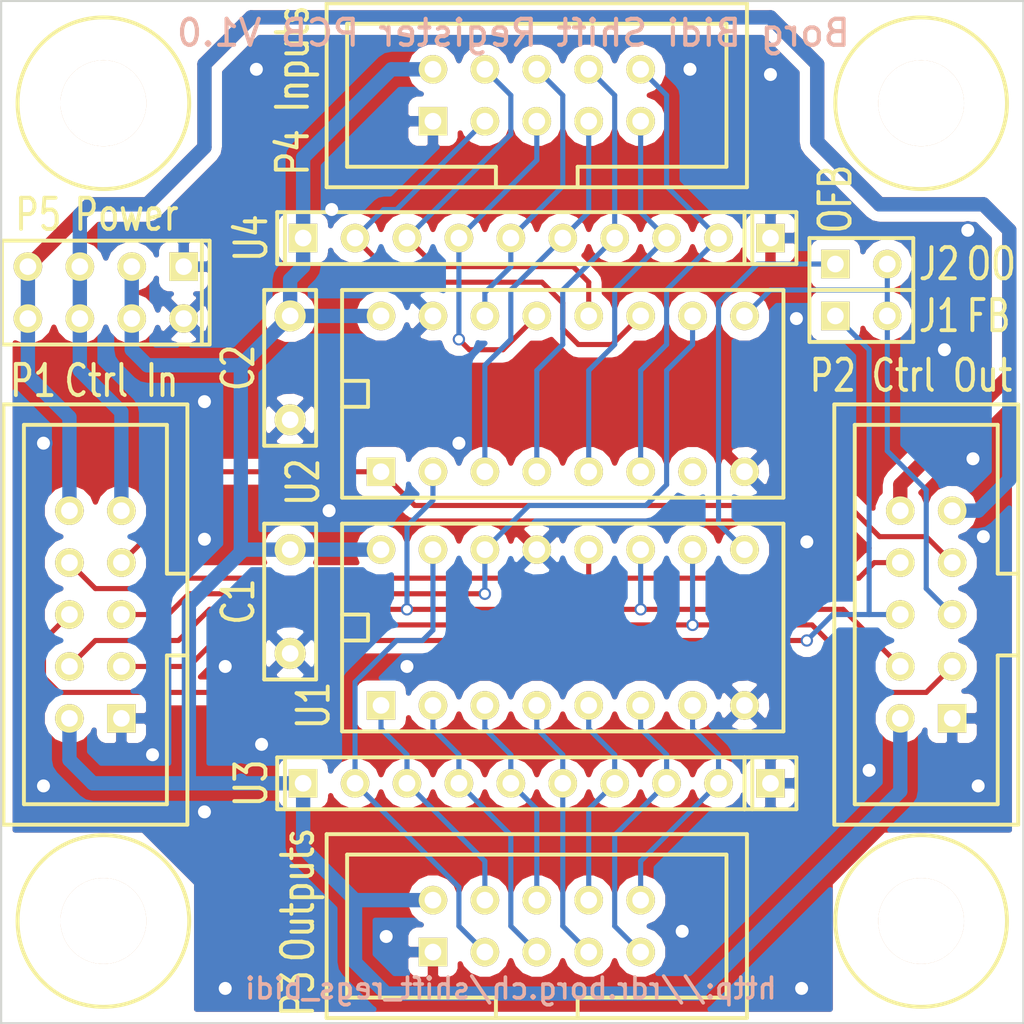
<source format=kicad_pcb>
(kicad_pcb (version 4) (host pcbnew 4.0.2+dfsg1-stable)

  (general
    (links 106)
    (no_connects 0)
    (area 49.742749 48.36745 100.050001 100.67)
    (thickness 1.6)
    (drawings 9)
    (tracks 246)
    (zones 0)
    (modules 46)
    (nets 29)
  )

  (page A4)
  (title_block
    (title "Borg Bidi Shift Register PCB")
    (rev 1.0)
  )

  (layers
    (0 F.Cu signal)
    (31 B.Cu signal)
    (32 B.Adhes user)
    (33 F.Adhes user)
    (34 B.Paste user)
    (35 F.Paste user)
    (36 B.SilkS user)
    (37 F.SilkS user)
    (38 B.Mask user)
    (39 F.Mask user)
    (40 Dwgs.User user)
    (41 Cmts.User user)
    (42 Eco1.User user)
    (43 Eco2.User user)
    (44 Edge.Cuts user)
    (45 Margin user)
    (46 B.CrtYd user)
    (47 F.CrtYd user)
    (48 B.Fab user)
    (49 F.Fab user)
  )

  (setup
    (last_trace_width 0.25)
    (trace_clearance 0.2)
    (zone_clearance 0.508)
    (zone_45_only no)
    (trace_min 0.2)
    (segment_width 0.2)
    (edge_width 0.1)
    (via_size 0.6)
    (via_drill 0.4)
    (via_min_size 0.4)
    (via_min_drill 0.3)
    (uvia_size 0.3)
    (uvia_drill 0.1)
    (uvias_allowed no)
    (uvia_min_size 0.2)
    (uvia_min_drill 0.1)
    (pcb_text_width 0.3)
    (pcb_text_size 1.5 1.5)
    (mod_edge_width 0.15)
    (mod_text_size 1 1)
    (mod_text_width 0.15)
    (pad_size 1.5 1.5)
    (pad_drill 0.6)
    (pad_to_mask_clearance 0)
    (aux_axis_origin 0 0)
    (visible_elements FFFFFF7F)
    (pcbplotparams
      (layerselection 0x010f0_80000001)
      (usegerberextensions false)
      (excludeedgelayer true)
      (linewidth 0.100000)
      (plotframeref false)
      (viasonmask false)
      (mode 1)
      (useauxorigin false)
      (hpglpennumber 1)
      (hpglpenspeed 20)
      (hpglpendiameter 15)
      (hpglpenoverlay 2)
      (psnegative false)
      (psa4output false)
      (plotreference true)
      (plotvalue true)
      (plotinvisibletext false)
      (padsonsilk false)
      (subtractmaskfromsilk false)
      (outputformat 1)
      (mirror false)
      (drillshape 0)
      (scaleselection 1)
      (outputdirectory production))
  )

  (net 0 "")
  (net 1 VCC)
  (net 2 GND)
  (net 3 /DIN)
  (net 4 /DOUT)
  (net 5 "Net-(J2-Pad1)")
  (net 6 //MR)
  (net 7 //PL)
  (net 8 /NC1)
  (net 9 /SHCP)
  (net 10 /DFB)
  (net 11 /STCP)
  (net 12 /NC2)
  (net 13 "Net-(P3-Pad3)")
  (net 14 "Net-(P3-Pad5)")
  (net 15 "Net-(P3-Pad7)")
  (net 16 "Net-(P3-Pad9)")
  (net 17 "Net-(P3-Pad4)")
  (net 18 "Net-(P3-Pad6)")
  (net 19 "Net-(P3-Pad8)")
  (net 20 "Net-(P3-Pad10)")
  (net 21 "Net-(P4-Pad3)")
  (net 22 "Net-(P4-Pad5)")
  (net 23 "Net-(P4-Pad7)")
  (net 24 "Net-(P4-Pad9)")
  (net 25 "Net-(P4-Pad4)")
  (net 26 "Net-(P4-Pad6)")
  (net 27 "Net-(P4-Pad8)")
  (net 28 "Net-(P4-Pad10)")

  (net_class Default "This is the default net class."
    (clearance 0.2)
    (trace_width 0.25)
    (via_dia 0.6)
    (via_drill 0.4)
    (uvia_dia 0.3)
    (uvia_drill 0.1)
    (add_net //MR)
    (add_net //PL)
    (add_net /DFB)
    (add_net /DIN)
    (add_net /DOUT)
    (add_net /SHCP)
    (add_net /STCP)
    (add_net GND)
    (add_net "Net-(J2-Pad1)")
    (add_net "Net-(P3-Pad10)")
    (add_net "Net-(P3-Pad3)")
    (add_net "Net-(P3-Pad4)")
    (add_net "Net-(P3-Pad5)")
    (add_net "Net-(P3-Pad6)")
    (add_net "Net-(P3-Pad7)")
    (add_net "Net-(P3-Pad8)")
    (add_net "Net-(P3-Pad9)")
    (add_net "Net-(P4-Pad10)")
    (add_net "Net-(P4-Pad3)")
    (add_net "Net-(P4-Pad4)")
    (add_net "Net-(P4-Pad5)")
    (add_net "Net-(P4-Pad6)")
    (add_net "Net-(P4-Pad7)")
    (add_net "Net-(P4-Pad8)")
    (add_net "Net-(P4-Pad9)")
  )

  (net_class Power ""
    (clearance 0.2)
    (trace_width 0.7)
    (via_dia 0.6)
    (via_drill 0.4)
    (uvia_dia 0.3)
    (uvia_drill 0.1)
    (add_net /NC1)
    (add_net /NC2)
    (add_net VCC)
  )

  (module c_gen:C_L200_W100 (layer F.Cu) (tedit 579D8F2C) (tstamp 579D8007)
    (at 64.135 79.375 90)
    (descr "Module C_L200_W100, length 200 width 100")
    (path /574E94BB)
    (fp_text reference C1 (at 0 -2.54 90) (layer F.SilkS)
      (effects (font (size 1.524 1.143) (thickness 0.1905)))
    )
    (fp_text value 100nF (at 0 -2.54 90) (layer F.SilkS) hide
      (effects (font (size 1.524 1.143) (thickness 0.1905)))
    )
    (fp_line (start -3.81 1.27) (end 3.81 1.27) (layer F.SilkS) (width 0.1905))
    (fp_line (start 3.81 1.27) (end 3.81 -1.27) (layer F.SilkS) (width 0.1905))
    (fp_line (start 3.81 -1.27) (end -3.81 -1.27) (layer F.SilkS) (width 0.1905))
    (fp_line (start -3.81 -1.27) (end -3.81 1.27) (layer F.SilkS) (width 0.1905))
    (pad 1 thru_hole circle (at 2.54 0 90) (size 1.524 1.524) (drill 0.8128) (layers *.Cu *.Mask F.SilkS)
      (net 1 VCC))
    (pad 2 thru_hole circle (at -2.54 0 90) (size 1.524 1.524) (drill 0.8128) (layers *.Cu *.Mask F.SilkS)
      (net 2 GND))
  )

  (module c_gen:C_L200_W100 (layer F.Cu) (tedit 579D8F28) (tstamp 579D8011)
    (at 64.135 67.945 90)
    (descr "Module C_L200_W100, length 200 width 100")
    (path /579E134B)
    (fp_text reference C2 (at 0 -2.54 90) (layer F.SilkS)
      (effects (font (size 1.524 1.143) (thickness 0.1905)))
    )
    (fp_text value 100nF (at 0 -2.54 90) (layer F.SilkS) hide
      (effects (font (size 1.524 1.143) (thickness 0.1905)))
    )
    (fp_line (start -3.81 1.27) (end 3.81 1.27) (layer F.SilkS) (width 0.1905))
    (fp_line (start 3.81 1.27) (end 3.81 -1.27) (layer F.SilkS) (width 0.1905))
    (fp_line (start 3.81 -1.27) (end -3.81 -1.27) (layer F.SilkS) (width 0.1905))
    (fp_line (start -3.81 -1.27) (end -3.81 1.27) (layer F.SilkS) (width 0.1905))
    (pad 1 thru_hole circle (at 2.54 0 90) (size 1.524 1.524) (drill 0.8128) (layers *.Cu *.Mask F.SilkS)
      (net 1 VCC))
    (pad 2 thru_hole circle (at -2.54 0 90) (size 1.524 1.524) (drill 0.8128) (layers *.Cu *.Mask F.SilkS)
      (net 2 GND))
  )

  (module j_gen:J_2_TH100I (layer F.Cu) (tedit 579DA5C4) (tstamp 579D801B)
    (at 92.075 65.405)
    (descr "Module Jumper 2 Pins, 100I")
    (tags DIP)
    (path /579DE4C6)
    (fp_text reference J1 (at 3.81 0) (layer F.SilkS)
      (effects (font (size 1.524 1.143) (thickness 0.1905)))
    )
    (fp_text value Feedback (at 0 -2.54) (layer F.SilkS) hide
      (effects (font (size 1.524 1.143) (thickness 0.1905)))
    )
    (fp_line (start 2.54 1.27) (end -2.54 1.27) (layer F.SilkS) (width 0.1905))
    (fp_line (start -2.54 1.27) (end -2.54 -1.27) (layer F.SilkS) (width 0.1905))
    (fp_line (start -2.54 -1.27) (end 2.54 -1.27) (layer F.SilkS) (width 0.1905))
    (fp_line (start 2.54 -1.27) (end 2.54 1.27) (layer F.SilkS) (width 0.1905))
    (pad 1 thru_hole rect (at -1.27 0) (size 1.397 1.397) (drill 0.8128) (layers *.Cu *.Mask F.SilkS)
      (net 10 /DFB))
    (pad 2 thru_hole circle (at 1.27 0) (size 1.397 1.397) (drill 0.8128) (layers *.Cu *.Mask F.SilkS)
      (net 4 /DOUT))
  )

  (module j_gen:J_2_TH100I (layer F.Cu) (tedit 579DA55A) (tstamp 579D8025)
    (at 92.075 62.865)
    (descr "Module Jumper 2 Pins, 100I")
    (tags DIP)
    (path /579DE443)
    (fp_text reference J2 (at 3.81 0 180) (layer F.SilkS)
      (effects (font (size 1.524 1.143) (thickness 0.1905)))
    )
    (fp_text value "Output Only" (at 0 -2.54) (layer F.SilkS) hide
      (effects (font (size 1.524 1.143) (thickness 0.1905)))
    )
    (fp_line (start 2.54 1.27) (end -2.54 1.27) (layer F.SilkS) (width 0.1905))
    (fp_line (start -2.54 1.27) (end -2.54 -1.27) (layer F.SilkS) (width 0.1905))
    (fp_line (start -2.54 -1.27) (end 2.54 -1.27) (layer F.SilkS) (width 0.1905))
    (fp_line (start 2.54 -1.27) (end 2.54 1.27) (layer F.SilkS) (width 0.1905))
    (pad 1 thru_hole rect (at -1.27 0) (size 1.397 1.397) (drill 0.8128) (layers *.Cu *.Mask F.SilkS)
      (net 5 "Net-(J2-Pad1)"))
    (pad 2 thru_hole circle (at 1.27 0) (size 1.397 1.397) (drill 0.8128) (layers *.Cu *.Mask F.SilkS)
      (net 4 /DOUT))
  )

  (module mech_gen:HOLE_4_2MM_8_4 (layer F.Cu) (tedit 579DC510) (tstamp 579D802B)
    (at 55 55)
    (descr "Module HOLE_4_2MM_8_4, hole 4.200000MM, space 8.400000")
    (path /574E92D0)
    (fp_text reference M1 (at 0 -5.08) (layer F.SilkS) hide
      (effects (font (size 1.524 1.143) (thickness 0.1905)))
    )
    (fp_text value HOLE (at 0 0) (layer F.SilkS) hide
      (effects (font (thickness 0.15)))
    )
    (fp_circle (center 0 0) (end 4.19862 0) (layer F.SilkS) (width 0.1905))
    (pad "" np_thru_hole circle (at 0 0) (size 4.19862 4.19862) (drill 4.19862) (layers *.Cu *.SilkS *.Mask))
  )

  (module mech_gen:HOLE_4_2MM_8_4 (layer F.Cu) (tedit 579DC515) (tstamp 579D8031)
    (at 95 55)
    (descr "Module HOLE_4_2MM_8_4, hole 4.200000MM, space 8.400000")
    (path /574E9395)
    (fp_text reference M2 (at 0 -5.08) (layer F.SilkS) hide
      (effects (font (size 1.524 1.143) (thickness 0.1905)))
    )
    (fp_text value HOLE (at 0 0) (layer F.SilkS) hide
      (effects (font (thickness 0.15)))
    )
    (fp_circle (center 0 0) (end 4.19862 0) (layer F.SilkS) (width 0.1905))
    (pad "" np_thru_hole circle (at 0 0) (size 4.19862 4.19862) (drill 4.19862) (layers *.Cu *.SilkS *.Mask))
  )

  (module mech_gen:HOLE_4_2MM_8_4 (layer F.Cu) (tedit 579DC520) (tstamp 579D8037)
    (at 55 95)
    (descr "Module HOLE_4_2MM_8_4, hole 4.200000MM, space 8.400000")
    (path /574E93D8)
    (fp_text reference M3 (at 0 -5.08) (layer F.SilkS) hide
      (effects (font (size 1.524 1.143) (thickness 0.1905)))
    )
    (fp_text value HOLE (at 0 0) (layer F.SilkS) hide
      (effects (font (thickness 0.15)))
    )
    (fp_circle (center 0 0) (end 4.19862 0) (layer F.SilkS) (width 0.1905))
    (pad "" np_thru_hole circle (at 0 0) (size 4.19862 4.19862) (drill 4.19862) (layers *.Cu *.SilkS *.Mask))
  )

  (module mech_gen:HOLE_4_2MM_8_4 (layer F.Cu) (tedit 579DC51B) (tstamp 579D803D)
    (at 95 95)
    (descr "Module HOLE_4_2MM_8_4, hole 4.200000MM, space 8.400000")
    (path /574E93DE)
    (fp_text reference M4 (at 0 -5.08) (layer F.SilkS) hide
      (effects (font (size 1.524 1.143) (thickness 0.1905)))
    )
    (fp_text value HOLE (at 0 0) (layer F.SilkS) hide
      (effects (font (thickness 0.15)))
    )
    (fp_circle (center 0 0) (end 4.19862 0) (layer F.SilkS) (width 0.1905))
    (pad "" np_thru_hole circle (at 0 0) (size 4.19862 4.19862) (drill 4.19862) (layers *.Cu *.SilkS *.Mask))
  )

  (module p_gen_conn:P_10_IDC (layer F.Cu) (tedit 579D88D7) (tstamp 579D8056)
    (at 54.61 80.01 90)
    (descr "Module P_10_IDC, IDC connector, 10 pins")
    (path /574E82CB)
    (fp_text reference P1 (at 11.43 -3.048 180) (layer F.SilkS)
      (effects (font (size 1.524 1.143) (thickness 0.1905)))
    )
    (fp_text value "Ctrl In" (at 11.43 1.27 180) (layer F.SilkS)
      (effects (font (size 1.524 1.143) (thickness 0.1905)))
    )
    (fp_line (start -10.27938 4.49834) (end 10.27938 4.49834) (layer F.SilkS) (width 0.1905))
    (fp_line (start 10.27938 4.49834) (end 10.27938 -4.49834) (layer F.SilkS) (width 0.1905))
    (fp_line (start 10.27938 -4.49834) (end -10.27938 -4.49834) (layer F.SilkS) (width 0.1905))
    (fp_line (start -10.27938 -4.49834) (end -10.27938 4.49834) (layer F.SilkS) (width 0.1905))
    (fp_line (start 1.99898 4.49834) (end 1.99898 3.49758) (layer F.SilkS) (width 0.1905))
    (fp_line (start 1.99898 3.49758) (end 9.27862 3.49758) (layer F.SilkS) (width 0.1905))
    (fp_line (start 9.27862 3.49758) (end 9.27862 -3.49758) (layer F.SilkS) (width 0.1905))
    (fp_line (start 9.27862 -3.49758) (end -9.27862 -3.49758) (layer F.SilkS) (width 0.1905))
    (fp_line (start -9.27862 -3.49758) (end -9.27862 3.49758) (layer F.SilkS) (width 0.1905))
    (fp_line (start -9.27862 3.49758) (end -1.99898 3.49758) (layer F.SilkS) (width 0.1905))
    (fp_line (start -1.99898 3.49758) (end -1.99898 4.49834) (layer F.SilkS) (width 0.1905))
    (pad 1 thru_hole rect (at -5.08 1.27 90) (size 1.397 1.397) (drill 0.8128) (layers *.Cu *.Mask F.SilkS)
      (net 2 GND))
    (pad 3 thru_hole circle (at -2.54 1.27 90) (size 1.397 1.397) (drill 0.8128) (layers *.Cu *.Mask F.SilkS)
      (net 6 //MR))
    (pad 5 thru_hole circle (at 0 1.27 90) (size 1.397 1.397) (drill 0.8128) (layers *.Cu *.Mask F.SilkS)
      (net 3 /DIN))
    (pad 7 thru_hole circle (at 2.54 1.27 90) (size 1.397 1.397) (drill 0.8128) (layers *.Cu *.Mask F.SilkS)
      (net 7 //PL))
    (pad 9 thru_hole circle (at 5.08 1.27 90) (size 1.397 1.397) (drill 0.8128) (layers *.Cu *.Mask F.SilkS)
      (net 8 /NC1))
    (pad 2 thru_hole circle (at -5.08 -1.27 90) (size 1.397 1.397) (drill 0.8128) (layers *.Cu *.Mask F.SilkS)
      (net 1 VCC))
    (pad 4 thru_hole circle (at -2.54 -1.27 90) (size 1.397 1.397) (drill 0.8128) (layers *.Cu *.Mask F.SilkS)
      (net 9 /SHCP))
    (pad 6 thru_hole circle (at 0 -1.27 90) (size 1.397 1.397) (drill 0.8128) (layers *.Cu *.Mask F.SilkS)
      (net 10 /DFB))
    (pad 8 thru_hole circle (at 2.54 -1.27 90) (size 1.397 1.397) (drill 0.8128) (layers *.Cu *.Mask F.SilkS)
      (net 11 /STCP))
    (pad 10 thru_hole circle (at 5.08 -1.27 90) (size 1.397 1.397) (drill 0.8128) (layers *.Cu *.Mask F.SilkS)
      (net 12 /NC2))
  )

  (module p_gen_conn:P_10_IDC (layer F.Cu) (tedit 579DA6CA) (tstamp 579D806F)
    (at 95.25 80.01 90)
    (descr "Module P_10_IDC, IDC connector, 10 pins")
    (path /574E8B88)
    (fp_text reference P2 (at 11.684 -4.572 180) (layer F.SilkS)
      (effects (font (size 1.524 1.143) (thickness 0.1905)))
    )
    (fp_text value "Ctrl Out" (at 11.684 0.762 180) (layer F.SilkS)
      (effects (font (size 1.524 1.143) (thickness 0.1905)))
    )
    (fp_line (start -10.27938 4.49834) (end 10.27938 4.49834) (layer F.SilkS) (width 0.1905))
    (fp_line (start 10.27938 4.49834) (end 10.27938 -4.49834) (layer F.SilkS) (width 0.1905))
    (fp_line (start 10.27938 -4.49834) (end -10.27938 -4.49834) (layer F.SilkS) (width 0.1905))
    (fp_line (start -10.27938 -4.49834) (end -10.27938 4.49834) (layer F.SilkS) (width 0.1905))
    (fp_line (start 1.99898 4.49834) (end 1.99898 3.49758) (layer F.SilkS) (width 0.1905))
    (fp_line (start 1.99898 3.49758) (end 9.27862 3.49758) (layer F.SilkS) (width 0.1905))
    (fp_line (start 9.27862 3.49758) (end 9.27862 -3.49758) (layer F.SilkS) (width 0.1905))
    (fp_line (start 9.27862 -3.49758) (end -9.27862 -3.49758) (layer F.SilkS) (width 0.1905))
    (fp_line (start -9.27862 -3.49758) (end -9.27862 3.49758) (layer F.SilkS) (width 0.1905))
    (fp_line (start -9.27862 3.49758) (end -1.99898 3.49758) (layer F.SilkS) (width 0.1905))
    (fp_line (start -1.99898 3.49758) (end -1.99898 4.49834) (layer F.SilkS) (width 0.1905))
    (pad 1 thru_hole rect (at -5.08 1.27 90) (size 1.397 1.397) (drill 0.8128) (layers *.Cu *.Mask F.SilkS)
      (net 2 GND))
    (pad 3 thru_hole circle (at -2.54 1.27 90) (size 1.397 1.397) (drill 0.8128) (layers *.Cu *.Mask F.SilkS)
      (net 6 //MR))
    (pad 5 thru_hole circle (at 0 1.27 90) (size 1.397 1.397) (drill 0.8128) (layers *.Cu *.Mask F.SilkS)
      (net 4 /DOUT))
    (pad 7 thru_hole circle (at 2.54 1.27 90) (size 1.397 1.397) (drill 0.8128) (layers *.Cu *.Mask F.SilkS)
      (net 7 //PL))
    (pad 9 thru_hole circle (at 5.08 1.27 90) (size 1.397 1.397) (drill 0.8128) (layers *.Cu *.Mask F.SilkS)
      (net 8 /NC1))
    (pad 2 thru_hole circle (at -5.08 -1.27 90) (size 1.397 1.397) (drill 0.8128) (layers *.Cu *.Mask F.SilkS)
      (net 1 VCC))
    (pad 4 thru_hole circle (at -2.54 -1.27 90) (size 1.397 1.397) (drill 0.8128) (layers *.Cu *.Mask F.SilkS)
      (net 9 /SHCP))
    (pad 6 thru_hole circle (at 0 -1.27 90) (size 1.397 1.397) (drill 0.8128) (layers *.Cu *.Mask F.SilkS)
      (net 10 /DFB))
    (pad 8 thru_hole circle (at 2.54 -1.27 90) (size 1.397 1.397) (drill 0.8128) (layers *.Cu *.Mask F.SilkS)
      (net 11 /STCP))
    (pad 10 thru_hole circle (at 5.08 -1.27 90) (size 1.397 1.397) (drill 0.8128) (layers *.Cu *.Mask F.SilkS)
      (net 12 /NC2))
  )

  (module p_gen_conn:P_10_IDC (layer F.Cu) (tedit 579D8054) (tstamp 579D8088)
    (at 76.2 95.25)
    (descr "Module P_10_IDC, IDC connector, 10 pins")
    (path /574E7BC1)
    (fp_text reference P3 (at -11.684 3.302 90) (layer F.SilkS)
      (effects (font (size 1.524 1.143) (thickness 0.1905)))
    )
    (fp_text value Outputs (at -11.684 -1.524 90) (layer F.SilkS)
      (effects (font (size 1.524 1.143) (thickness 0.1905)))
    )
    (fp_line (start -10.27938 4.49834) (end 10.27938 4.49834) (layer F.SilkS) (width 0.1905))
    (fp_line (start 10.27938 4.49834) (end 10.27938 -4.49834) (layer F.SilkS) (width 0.1905))
    (fp_line (start 10.27938 -4.49834) (end -10.27938 -4.49834) (layer F.SilkS) (width 0.1905))
    (fp_line (start -10.27938 -4.49834) (end -10.27938 4.49834) (layer F.SilkS) (width 0.1905))
    (fp_line (start 1.99898 4.49834) (end 1.99898 3.49758) (layer F.SilkS) (width 0.1905))
    (fp_line (start 1.99898 3.49758) (end 9.27862 3.49758) (layer F.SilkS) (width 0.1905))
    (fp_line (start 9.27862 3.49758) (end 9.27862 -3.49758) (layer F.SilkS) (width 0.1905))
    (fp_line (start 9.27862 -3.49758) (end -9.27862 -3.49758) (layer F.SilkS) (width 0.1905))
    (fp_line (start -9.27862 -3.49758) (end -9.27862 3.49758) (layer F.SilkS) (width 0.1905))
    (fp_line (start -9.27862 3.49758) (end -1.99898 3.49758) (layer F.SilkS) (width 0.1905))
    (fp_line (start -1.99898 3.49758) (end -1.99898 4.49834) (layer F.SilkS) (width 0.1905))
    (pad 1 thru_hole rect (at -5.08 1.27) (size 1.397 1.397) (drill 0.8128) (layers *.Cu *.Mask F.SilkS)
      (net 2 GND))
    (pad 3 thru_hole circle (at -2.54 1.27) (size 1.397 1.397) (drill 0.8128) (layers *.Cu *.Mask F.SilkS)
      (net 13 "Net-(P3-Pad3)"))
    (pad 5 thru_hole circle (at 0 1.27) (size 1.397 1.397) (drill 0.8128) (layers *.Cu *.Mask F.SilkS)
      (net 14 "Net-(P3-Pad5)"))
    (pad 7 thru_hole circle (at 2.54 1.27) (size 1.397 1.397) (drill 0.8128) (layers *.Cu *.Mask F.SilkS)
      (net 15 "Net-(P3-Pad7)"))
    (pad 9 thru_hole circle (at 5.08 1.27) (size 1.397 1.397) (drill 0.8128) (layers *.Cu *.Mask F.SilkS)
      (net 16 "Net-(P3-Pad9)"))
    (pad 2 thru_hole circle (at -5.08 -1.27) (size 1.397 1.397) (drill 0.8128) (layers *.Cu *.Mask F.SilkS)
      (net 1 VCC))
    (pad 4 thru_hole circle (at -2.54 -1.27) (size 1.397 1.397) (drill 0.8128) (layers *.Cu *.Mask F.SilkS)
      (net 17 "Net-(P3-Pad4)"))
    (pad 6 thru_hole circle (at 0 -1.27) (size 1.397 1.397) (drill 0.8128) (layers *.Cu *.Mask F.SilkS)
      (net 18 "Net-(P3-Pad6)"))
    (pad 8 thru_hole circle (at 2.54 -1.27) (size 1.397 1.397) (drill 0.8128) (layers *.Cu *.Mask F.SilkS)
      (net 19 "Net-(P3-Pad8)"))
    (pad 10 thru_hole circle (at 5.08 -1.27) (size 1.397 1.397) (drill 0.8128) (layers *.Cu *.Mask F.SilkS)
      (net 20 "Net-(P3-Pad10)"))
  )

  (module p_gen_conn:P_10_IDC (layer F.Cu) (tedit 579D8049) (tstamp 579D80A1)
    (at 76.2 54.61)
    (descr "Module P_10_IDC, IDC connector, 10 pins")
    (path /579DA726)
    (fp_text reference P4 (at -11.938 2.794 90) (layer F.SilkS)
      (effects (font (size 1.524 1.143) (thickness 0.1905)))
    )
    (fp_text value Inputs (at -11.938 -1.778 90) (layer F.SilkS)
      (effects (font (size 1.524 1.143) (thickness 0.1905)))
    )
    (fp_line (start -10.27938 4.49834) (end 10.27938 4.49834) (layer F.SilkS) (width 0.1905))
    (fp_line (start 10.27938 4.49834) (end 10.27938 -4.49834) (layer F.SilkS) (width 0.1905))
    (fp_line (start 10.27938 -4.49834) (end -10.27938 -4.49834) (layer F.SilkS) (width 0.1905))
    (fp_line (start -10.27938 -4.49834) (end -10.27938 4.49834) (layer F.SilkS) (width 0.1905))
    (fp_line (start 1.99898 4.49834) (end 1.99898 3.49758) (layer F.SilkS) (width 0.1905))
    (fp_line (start 1.99898 3.49758) (end 9.27862 3.49758) (layer F.SilkS) (width 0.1905))
    (fp_line (start 9.27862 3.49758) (end 9.27862 -3.49758) (layer F.SilkS) (width 0.1905))
    (fp_line (start 9.27862 -3.49758) (end -9.27862 -3.49758) (layer F.SilkS) (width 0.1905))
    (fp_line (start -9.27862 -3.49758) (end -9.27862 3.49758) (layer F.SilkS) (width 0.1905))
    (fp_line (start -9.27862 3.49758) (end -1.99898 3.49758) (layer F.SilkS) (width 0.1905))
    (fp_line (start -1.99898 3.49758) (end -1.99898 4.49834) (layer F.SilkS) (width 0.1905))
    (pad 1 thru_hole rect (at -5.08 1.27) (size 1.397 1.397) (drill 0.8128) (layers *.Cu *.Mask F.SilkS)
      (net 2 GND))
    (pad 3 thru_hole circle (at -2.54 1.27) (size 1.397 1.397) (drill 0.8128) (layers *.Cu *.Mask F.SilkS)
      (net 21 "Net-(P4-Pad3)"))
    (pad 5 thru_hole circle (at 0 1.27) (size 1.397 1.397) (drill 0.8128) (layers *.Cu *.Mask F.SilkS)
      (net 22 "Net-(P4-Pad5)"))
    (pad 7 thru_hole circle (at 2.54 1.27) (size 1.397 1.397) (drill 0.8128) (layers *.Cu *.Mask F.SilkS)
      (net 23 "Net-(P4-Pad7)"))
    (pad 9 thru_hole circle (at 5.08 1.27) (size 1.397 1.397) (drill 0.8128) (layers *.Cu *.Mask F.SilkS)
      (net 24 "Net-(P4-Pad9)"))
    (pad 2 thru_hole circle (at -5.08 -1.27) (size 1.397 1.397) (drill 0.8128) (layers *.Cu *.Mask F.SilkS)
      (net 1 VCC))
    (pad 4 thru_hole circle (at -2.54 -1.27) (size 1.397 1.397) (drill 0.8128) (layers *.Cu *.Mask F.SilkS)
      (net 25 "Net-(P4-Pad4)"))
    (pad 6 thru_hole circle (at 0 -1.27) (size 1.397 1.397) (drill 0.8128) (layers *.Cu *.Mask F.SilkS)
      (net 26 "Net-(P4-Pad6)"))
    (pad 8 thru_hole circle (at 2.54 -1.27) (size 1.397 1.397) (drill 0.8128) (layers *.Cu *.Mask F.SilkS)
      (net 27 "Net-(P4-Pad8)"))
    (pad 10 thru_hole circle (at 5.08 -1.27) (size 1.397 1.397) (drill 0.8128) (layers *.Cu *.Mask F.SilkS)
      (net 28 "Net-(P4-Pad10)"))
  )

  (module p_gen_conn:P_8_PIN2_100 (layer F.Cu) (tedit 579D9163) (tstamp 579D80B2)
    (at 55.118 64.262 180)
    (descr "Module P_8_PIN2_100, 8 pins two rows 100")
    (path /5751ADBD)
    (fp_text reference P5 (at 3.302 3.81 180) (layer F.SilkS)
      (effects (font (size 1.524 1.143) (thickness 0.1905)))
    )
    (fp_text value Power (at -1.016 3.81 180) (layer F.SilkS)
      (effects (font (size 1.524 1.143) (thickness 0.1905)))
    )
    (fp_line (start -5.08 2.54) (end 5.08 2.54) (layer F.SilkS) (width 0.1905))
    (fp_line (start 5.08 2.54) (end 5.08 -2.54) (layer F.SilkS) (width 0.1905))
    (fp_line (start 5.08 -2.54) (end -5.08 -2.54) (layer F.SilkS) (width 0.1905))
    (fp_line (start -5.08 -2.54) (end -5.08 2.54) (layer F.SilkS) (width 0.1905))
    (fp_line (start -4.699 2.54) (end -4.699 -2.54) (layer F.SilkS) (width 0.1905))
    (pad 1 thru_hole rect (at -3.81 1.27 180) (size 1.397 1.397) (drill 0.8128) (layers *.Cu *.Mask F.SilkS)
      (net 2 GND))
    (pad 3 thru_hole circle (at -1.27 1.27 180) (size 1.397 1.397) (drill 0.8128) (layers *.Cu *.Mask F.SilkS)
      (net 1 VCC))
    (pad 5 thru_hole circle (at 1.27 1.27 180) (size 1.397 1.397) (drill 0.8128) (layers *.Cu *.Mask F.SilkS)
      (net 8 /NC1))
    (pad 7 thru_hole circle (at 3.81 1.27 180) (size 1.397 1.397) (drill 0.8128) (layers *.Cu *.Mask F.SilkS)
      (net 12 /NC2))
    (pad 2 thru_hole circle (at -3.81 -1.27 180) (size 1.397 1.397) (drill 0.8128) (layers *.Cu *.Mask F.SilkS)
      (net 2 GND))
    (pad 4 thru_hole circle (at -1.27 -1.27 180) (size 1.397 1.397) (drill 0.8128) (layers *.Cu *.Mask F.SilkS)
      (net 1 VCC))
    (pad 6 thru_hole circle (at 1.27 -1.27 180) (size 1.397 1.397) (drill 0.8128) (layers *.Cu *.Mask F.SilkS)
      (net 8 /NC1))
    (pad 8 thru_hole circle (at 3.81 -1.27 180) (size 1.397 1.397) (drill 0.8128) (layers *.Cu *.Mask F.SilkS)
      (net 12 /NC2))
  )

  (module p_gen_conn:P_1_PIN_100 (layer F.Cu) (tedit 579D8060) (tstamp 579D80BC)
    (at 87.63 88.265)
    (descr "Module P_1_PIN_100, 1 pins 100")
    (path /574FCE92)
    (fp_text reference P6 (at 0 2.54) (layer F.SilkS) hide
      (effects (font (size 1.524 1.143) (thickness 0.1905)))
    )
    (fp_text value GND (at 0 -2.54) (layer F.SilkS) hide
      (effects (font (size 1.524 1.143) (thickness 0.1905)))
    )
    (fp_line (start -1.27 1.27) (end 1.27 1.27) (layer F.SilkS) (width 0.1905))
    (fp_line (start 1.27 1.27) (end 1.27 -1.27) (layer F.SilkS) (width 0.1905))
    (fp_line (start 1.27 -1.27) (end -1.27 -1.27) (layer F.SilkS) (width 0.1905))
    (fp_line (start -1.27 -1.27) (end -1.27 1.27) (layer F.SilkS) (width 0.1905))
    (fp_line (start -0.889 1.27) (end -0.889 -1.27) (layer F.SilkS) (width 0.1905))
    (pad 1 thru_hole rect (at 0 0) (size 1.397 1.397) (drill 0.8128) (layers *.Cu *.Mask F.SilkS)
      (net 2 GND))
  )

  (module p_gen_conn:P_1_PIN_100 (layer F.Cu) (tedit 579D806B) (tstamp 579D80C6)
    (at 87.63 61.595)
    (descr "Module P_1_PIN_100, 1 pins 100")
    (path /579DA73E)
    (fp_text reference P7 (at 0 2.54) (layer F.SilkS) hide
      (effects (font (size 1.524 1.143) (thickness 0.1905)))
    )
    (fp_text value GND (at 0 -2.54) (layer F.SilkS) hide
      (effects (font (size 1.524 1.143) (thickness 0.1905)))
    )
    (fp_line (start -1.27 1.27) (end 1.27 1.27) (layer F.SilkS) (width 0.1905))
    (fp_line (start 1.27 1.27) (end 1.27 -1.27) (layer F.SilkS) (width 0.1905))
    (fp_line (start 1.27 -1.27) (end -1.27 -1.27) (layer F.SilkS) (width 0.1905))
    (fp_line (start -1.27 -1.27) (end -1.27 1.27) (layer F.SilkS) (width 0.1905))
    (fp_line (start -0.889 1.27) (end -0.889 -1.27) (layer F.SilkS) (width 0.1905))
    (pad 1 thru_hole rect (at 0 0) (size 1.397 1.397) (drill 0.8128) (layers *.Cu *.Mask F.SilkS)
      (net 2 GND))
  )

  (module u_gen_dip:U_16_DIP300 (layer F.Cu) (tedit 579D892C) (tstamp 579D80E1)
    (at 77.47 80.645)
    (descr "Module DIP 16 Pins, 700x300")
    (tags DIP)
    (path /574E750D)
    (fp_text reference U1 (at -12.192 3.81 90) (layer F.SilkS)
      (effects (font (size 1.524 1.143) (thickness 0.1905)))
    )
    (fp_text value "74HC595 (Output)" (at -2.6035 1.27) (layer F.SilkS) hide
      (effects (font (size 1.524 1.143) (thickness 0.1905)))
    )
    (fp_line (start -10.795 -5.08) (end 10.795 -5.08) (layer F.SilkS) (width 0.1905))
    (fp_line (start 10.795 -5.08) (end 10.795 5.08) (layer F.SilkS) (width 0.1905))
    (fp_line (start 10.795 5.08) (end -10.795 5.08) (layer F.SilkS) (width 0.1905))
    (fp_line (start -10.795 5.08) (end -10.795 -5.08) (layer F.SilkS) (width 0.1905))
    (fp_line (start -10.795 -0.635) (end -9.525 -0.635) (layer F.SilkS) (width 0.1905))
    (fp_line (start -9.525 -0.635) (end -9.525 0.635) (layer F.SilkS) (width 0.1905))
    (fp_line (start -9.525 0.635) (end -10.795 0.635) (layer F.SilkS) (width 0.1905))
    (pad 1 thru_hole rect (at -8.89 3.81) (size 1.397 1.397) (drill 0.8128) (layers *.Cu *.Mask F.SilkS)
      (net 17 "Net-(P3-Pad4)"))
    (pad 2 thru_hole circle (at -6.35 3.81) (size 1.397 1.397) (drill 0.8128) (layers *.Cu *.Mask F.SilkS)
      (net 14 "Net-(P3-Pad5)"))
    (pad 3 thru_hole circle (at -3.81 3.81) (size 1.397 1.397) (drill 0.8128) (layers *.Cu *.Mask F.SilkS)
      (net 18 "Net-(P3-Pad6)"))
    (pad 4 thru_hole circle (at -1.27 3.81) (size 1.397 1.397) (drill 0.8128) (layers *.Cu *.Mask F.SilkS)
      (net 15 "Net-(P3-Pad7)"))
    (pad 5 thru_hole circle (at 1.27 3.81) (size 1.397 1.397) (drill 0.8128) (layers *.Cu *.Mask F.SilkS)
      (net 19 "Net-(P3-Pad8)"))
    (pad 6 thru_hole circle (at 3.81 3.81) (size 1.397 1.397) (drill 0.8128) (layers *.Cu *.Mask F.SilkS)
      (net 16 "Net-(P3-Pad9)"))
    (pad 7 thru_hole circle (at 6.35 3.81) (size 1.397 1.397) (drill 0.8128) (layers *.Cu *.Mask F.SilkS)
      (net 20 "Net-(P3-Pad10)"))
    (pad 8 thru_hole circle (at 8.89 3.81) (size 1.397 1.397) (drill 0.8128) (layers *.Cu *.Mask F.SilkS)
      (net 2 GND))
    (pad 9 thru_hole circle (at 8.89 -3.81) (size 1.397 1.397) (drill 0.8128) (layers *.Cu *.Mask F.SilkS)
      (net 5 "Net-(J2-Pad1)"))
    (pad 10 thru_hole circle (at 6.35 -3.81) (size 1.397 1.397) (drill 0.8128) (layers *.Cu *.Mask F.SilkS)
      (net 6 //MR))
    (pad 11 thru_hole circle (at 3.81 -3.81) (size 1.397 1.397) (drill 0.8128) (layers *.Cu *.Mask F.SilkS)
      (net 9 /SHCP))
    (pad 12 thru_hole circle (at 1.27 -3.81) (size 1.397 1.397) (drill 0.8128) (layers *.Cu *.Mask F.SilkS)
      (net 11 /STCP))
    (pad 13 thru_hole circle (at -1.27 -3.81) (size 1.397 1.397) (drill 0.8128) (layers *.Cu *.Mask F.SilkS)
      (net 2 GND))
    (pad 14 thru_hole circle (at -3.81 -3.81) (size 1.397 1.397) (drill 0.8128) (layers *.Cu *.Mask F.SilkS)
      (net 3 /DIN))
    (pad 15 thru_hole circle (at -6.35 -3.81) (size 1.397 1.397) (drill 0.8128) (layers *.Cu *.Mask F.SilkS)
      (net 13 "Net-(P3-Pad3)"))
    (pad 16 thru_hole circle (at -8.89 -3.81) (size 1.397 1.397) (drill 0.8128) (layers *.Cu *.Mask F.SilkS)
      (net 1 VCC))
  )

  (module u_gen_dip:U_16_DIP300 (layer F.Cu) (tedit 579D8923) (tstamp 579D80FC)
    (at 77.47 69.215)
    (descr "Module DIP 16 Pins, 700x300")
    (tags DIP)
    (path /574E74AA)
    (fp_text reference U2 (at -12.7 4.318 90) (layer F.SilkS)
      (effects (font (size 1.524 1.143) (thickness 0.1905)))
    )
    (fp_text value "74HC165 (Input)" (at -2.6035 1.27) (layer F.SilkS) hide
      (effects (font (size 1.524 1.143) (thickness 0.1905)))
    )
    (fp_line (start -10.795 -5.08) (end 10.795 -5.08) (layer F.SilkS) (width 0.1905))
    (fp_line (start 10.795 -5.08) (end 10.795 5.08) (layer F.SilkS) (width 0.1905))
    (fp_line (start 10.795 5.08) (end -10.795 5.08) (layer F.SilkS) (width 0.1905))
    (fp_line (start -10.795 5.08) (end -10.795 -5.08) (layer F.SilkS) (width 0.1905))
    (fp_line (start -10.795 -0.635) (end -9.525 -0.635) (layer F.SilkS) (width 0.1905))
    (fp_line (start -9.525 -0.635) (end -9.525 0.635) (layer F.SilkS) (width 0.1905))
    (fp_line (start -9.525 0.635) (end -10.795 0.635) (layer F.SilkS) (width 0.1905))
    (pad 1 thru_hole rect (at -8.89 3.81) (size 1.397 1.397) (drill 0.8128) (layers *.Cu *.Mask F.SilkS)
      (net 7 //PL))
    (pad 2 thru_hole circle (at -6.35 3.81) (size 1.397 1.397) (drill 0.8128) (layers *.Cu *.Mask F.SilkS)
      (net 9 /SHCP))
    (pad 3 thru_hole circle (at -3.81 3.81) (size 1.397 1.397) (drill 0.8128) (layers *.Cu *.Mask F.SilkS)
      (net 23 "Net-(P4-Pad7)"))
    (pad 4 thru_hole circle (at -1.27 3.81) (size 1.397 1.397) (drill 0.8128) (layers *.Cu *.Mask F.SilkS)
      (net 27 "Net-(P4-Pad8)"))
    (pad 5 thru_hole circle (at 1.27 3.81) (size 1.397 1.397) (drill 0.8128) (layers *.Cu *.Mask F.SilkS)
      (net 24 "Net-(P4-Pad9)"))
    (pad 6 thru_hole circle (at 3.81 3.81) (size 1.397 1.397) (drill 0.8128) (layers *.Cu *.Mask F.SilkS)
      (net 28 "Net-(P4-Pad10)"))
    (pad 7 thru_hole circle (at 6.35 3.81) (size 1.397 1.397) (drill 0.8128) (layers *.Cu *.Mask F.SilkS))
    (pad 8 thru_hole circle (at 8.89 3.81) (size 1.397 1.397) (drill 0.8128) (layers *.Cu *.Mask F.SilkS)
      (net 2 GND))
    (pad 9 thru_hole circle (at 8.89 -3.81) (size 1.397 1.397) (drill 0.8128) (layers *.Cu *.Mask F.SilkS)
      (net 4 /DOUT))
    (pad 10 thru_hole circle (at 6.35 -3.81) (size 1.397 1.397) (drill 0.8128) (layers *.Cu *.Mask F.SilkS)
      (net 3 /DIN))
    (pad 11 thru_hole circle (at 3.81 -3.81) (size 1.397 1.397) (drill 0.8128) (layers *.Cu *.Mask F.SilkS)
      (net 21 "Net-(P4-Pad3)"))
    (pad 12 thru_hole circle (at 1.27 -3.81) (size 1.397 1.397) (drill 0.8128) (layers *.Cu *.Mask F.SilkS)
      (net 25 "Net-(P4-Pad4)"))
    (pad 13 thru_hole circle (at -1.27 -3.81) (size 1.397 1.397) (drill 0.8128) (layers *.Cu *.Mask F.SilkS)
      (net 22 "Net-(P4-Pad5)"))
    (pad 14 thru_hole circle (at -3.81 -3.81) (size 1.397 1.397) (drill 0.8128) (layers *.Cu *.Mask F.SilkS)
      (net 26 "Net-(P4-Pad6)"))
    (pad 15 thru_hole circle (at -6.35 -3.81) (size 1.397 1.397) (drill 0.8128) (layers *.Cu *.Mask F.SilkS)
      (net 2 GND))
    (pad 16 thru_hole circle (at -8.89 -3.81) (size 1.397 1.397) (drill 0.8128) (layers *.Cu *.Mask F.SilkS)
      (net 1 VCC))
  )

  (module p_gen_conn:P_9_PIN_100 (layer F.Cu) (tedit 579D8902) (tstamp 579D810E)
    (at 74.93 88.265)
    (descr "Module P_9_PIN_100, 9 pins 100")
    (path /574FBB5B)
    (fp_text reference U3 (at -12.7 0 90) (layer F.SilkS)
      (effects (font (size 1.524 1.143) (thickness 0.1905)))
    )
    (fp_text value 10k (at 0 -2.54) (layer F.SilkS) hide
      (effects (font (size 1.524 1.143) (thickness 0.1905)))
    )
    (fp_line (start -11.43 1.27) (end 11.43 1.27) (layer F.SilkS) (width 0.1905))
    (fp_line (start 11.43 1.27) (end 11.43 -1.27) (layer F.SilkS) (width 0.1905))
    (fp_line (start 11.43 -1.27) (end -11.43 -1.27) (layer F.SilkS) (width 0.1905))
    (fp_line (start -11.43 -1.27) (end -11.43 1.27) (layer F.SilkS) (width 0.1905))
    (fp_line (start -11.049 1.27) (end -11.049 -1.27) (layer F.SilkS) (width 0.1905))
    (pad 1 thru_hole rect (at -10.16 0) (size 1.397 1.397) (drill 0.8128) (layers *.Cu *.Mask F.SilkS)
      (net 1 VCC))
    (pad 2 thru_hole circle (at -7.62 0) (size 1.397 1.397) (drill 0.8128) (layers *.Cu *.Mask F.SilkS)
      (net 13 "Net-(P3-Pad3)"))
    (pad 3 thru_hole circle (at -5.08 0) (size 1.397 1.397) (drill 0.8128) (layers *.Cu *.Mask F.SilkS)
      (net 17 "Net-(P3-Pad4)"))
    (pad 4 thru_hole circle (at -2.54 0) (size 1.397 1.397) (drill 0.8128) (layers *.Cu *.Mask F.SilkS)
      (net 14 "Net-(P3-Pad5)"))
    (pad 5 thru_hole circle (at 0 0) (size 1.397 1.397) (drill 0.8128) (layers *.Cu *.Mask F.SilkS)
      (net 18 "Net-(P3-Pad6)"))
    (pad 6 thru_hole circle (at 2.54 0) (size 1.397 1.397) (drill 0.8128) (layers *.Cu *.Mask F.SilkS)
      (net 15 "Net-(P3-Pad7)"))
    (pad 7 thru_hole circle (at 5.08 0) (size 1.397 1.397) (drill 0.8128) (layers *.Cu *.Mask F.SilkS)
      (net 19 "Net-(P3-Pad8)"))
    (pad 8 thru_hole circle (at 7.62 0) (size 1.397 1.397) (drill 0.8128) (layers *.Cu *.Mask F.SilkS)
      (net 16 "Net-(P3-Pad9)"))
    (pad 9 thru_hole circle (at 10.16 0) (size 1.397 1.397) (drill 0.8128) (layers *.Cu *.Mask F.SilkS)
      (net 20 "Net-(P3-Pad10)"))
  )

  (module p_gen_conn:P_9_PIN_100 (layer F.Cu) (tedit 579D8907) (tstamp 579D8120)
    (at 74.93 61.595)
    (descr "Module P_9_PIN_100, 9 pins 100")
    (path /579DA738)
    (fp_text reference U4 (at -12.7 0 90) (layer F.SilkS)
      (effects (font (size 1.524 1.143) (thickness 0.1905)))
    )
    (fp_text value 10k (at 0 -2.54) (layer F.SilkS) hide
      (effects (font (size 1.524 1.143) (thickness 0.1905)))
    )
    (fp_line (start -11.43 1.27) (end 11.43 1.27) (layer F.SilkS) (width 0.1905))
    (fp_line (start 11.43 1.27) (end 11.43 -1.27) (layer F.SilkS) (width 0.1905))
    (fp_line (start 11.43 -1.27) (end -11.43 -1.27) (layer F.SilkS) (width 0.1905))
    (fp_line (start -11.43 -1.27) (end -11.43 1.27) (layer F.SilkS) (width 0.1905))
    (fp_line (start -11.049 1.27) (end -11.049 -1.27) (layer F.SilkS) (width 0.1905))
    (pad 1 thru_hole rect (at -10.16 0) (size 1.397 1.397) (drill 0.8128) (layers *.Cu *.Mask F.SilkS)
      (net 1 VCC))
    (pad 2 thru_hole circle (at -7.62 0) (size 1.397 1.397) (drill 0.8128) (layers *.Cu *.Mask F.SilkS)
      (net 21 "Net-(P4-Pad3)"))
    (pad 3 thru_hole circle (at -5.08 0) (size 1.397 1.397) (drill 0.8128) (layers *.Cu *.Mask F.SilkS)
      (net 25 "Net-(P4-Pad4)"))
    (pad 4 thru_hole circle (at -2.54 0) (size 1.397 1.397) (drill 0.8128) (layers *.Cu *.Mask F.SilkS)
      (net 22 "Net-(P4-Pad5)"))
    (pad 5 thru_hole circle (at 0 0) (size 1.397 1.397) (drill 0.8128) (layers *.Cu *.Mask F.SilkS)
      (net 26 "Net-(P4-Pad6)"))
    (pad 6 thru_hole circle (at 2.54 0) (size 1.397 1.397) (drill 0.8128) (layers *.Cu *.Mask F.SilkS)
      (net 23 "Net-(P4-Pad7)"))
    (pad 7 thru_hole circle (at 5.08 0) (size 1.397 1.397) (drill 0.8128) (layers *.Cu *.Mask F.SilkS)
      (net 27 "Net-(P4-Pad8)"))
    (pad 8 thru_hole circle (at 7.62 0) (size 1.397 1.397) (drill 0.8128) (layers *.Cu *.Mask F.SilkS)
      (net 24 "Net-(P4-Pad9)"))
    (pad 9 thru_hole circle (at 10.16 0) (size 1.397 1.397) (drill 0.8128) (layers *.Cu *.Mask F.SilkS)
      (net 28 "Net-(P4-Pad10)"))
  )

  (module misc:VIA25MIL (layer F.Cu) (tedit 566AE81A) (tstamp 579D8125)
    (at 96.139 67.056)
    (path /574EC0D2)
    (fp_text reference V1 (at 0.127 -1.27) (layer F.SilkS) hide
      (effects (font (size 1 1) (thickness 0.15)))
    )
    (fp_text value VIA (at 0 1.397) (layer F.SilkS) hide
      (effects (font (size 1 1) (thickness 0.15)))
    )
    (pad 0 thru_hole circle (at 0 0) (size 0.889 0.889) (drill 0.635) (layers *.Cu)
      (net 2 GND) (zone_connect 2))
  )

  (module misc:VIA25MIL (layer F.Cu) (tedit 566AE81A) (tstamp 579D812A)
    (at 62.484 53.34)
    (path /574EB9BA)
    (fp_text reference V2 (at 0.127 -1.27) (layer F.SilkS) hide
      (effects (font (size 1 1) (thickness 0.15)))
    )
    (fp_text value VIA (at 0 1.397) (layer F.SilkS) hide
      (effects (font (size 1 1) (thickness 0.15)))
    )
    (pad 0 thru_hole circle (at 0 0) (size 0.889 0.889) (drill 0.635) (layers *.Cu)
      (net 2 GND) (zone_connect 2))
  )

  (module misc:VIA25MIL (layer F.Cu) (tedit 566AE81A) (tstamp 579D812F)
    (at 83.693 53.34)
    (path /574EC0D8)
    (fp_text reference V3 (at 0.127 -1.27) (layer F.SilkS) hide
      (effects (font (size 1 1) (thickness 0.15)))
    )
    (fp_text value VIA (at 0 1.397) (layer F.SilkS) hide
      (effects (font (size 1 1) (thickness 0.15)))
    )
    (pad 0 thru_hole circle (at 0 0) (size 0.889 0.889) (drill 0.635) (layers *.Cu)
      (net 2 GND) (zone_connect 2))
  )

  (module misc:VIA25MIL (layer F.Cu) (tedit 566AE81A) (tstamp 579D8134)
    (at 52.07 71.628)
    (path /574EB9C0)
    (fp_text reference V4 (at 0.127 -1.27) (layer F.SilkS) hide
      (effects (font (size 1 1) (thickness 0.15)))
    )
    (fp_text value VIA (at 0 1.397) (layer F.SilkS) hide
      (effects (font (size 1 1) (thickness 0.15)))
    )
    (pad 0 thru_hole circle (at 0 0) (size 0.889 0.889) (drill 0.635) (layers *.Cu)
      (net 2 GND) (zone_connect 2))
  )

  (module misc:VIA25MIL (layer F.Cu) (tedit 566AE81A) (tstamp 579D8139)
    (at 83.312 95.504)
    (path /574EC0DE)
    (fp_text reference V5 (at 0.127 -1.27) (layer F.SilkS) hide
      (effects (font (size 1 1) (thickness 0.15)))
    )
    (fp_text value VIA (at 0 1.397) (layer F.SilkS) hide
      (effects (font (size 1 1) (thickness 0.15)))
    )
    (pad 0 thru_hole circle (at 0 0) (size 0.889 0.889) (drill 0.635) (layers *.Cu)
      (net 2 GND) (zone_connect 2))
  )

  (module misc:VIA25MIL (layer F.Cu) (tedit 566AE81A) (tstamp 579D813E)
    (at 87.63 53.594)
    (path /574EB9C6)
    (fp_text reference V6 (at 0.127 -1.27) (layer F.SilkS) hide
      (effects (font (size 1 1) (thickness 0.15)))
    )
    (fp_text value VIA (at 0 1.397) (layer F.SilkS) hide
      (effects (font (size 1 1) (thickness 0.15)))
    )
    (pad 0 thru_hole circle (at 0 0) (size 0.889 0.889) (drill 0.635) (layers *.Cu)
      (net 2 GND) (zone_connect 2))
  )

  (module misc:VIA25MIL (layer F.Cu) (tedit 566AE81A) (tstamp 579D8143)
    (at 92.456 87.63)
    (path /574EC0E4)
    (fp_text reference V7 (at 0.127 -1.27) (layer F.SilkS) hide
      (effects (font (size 1 1) (thickness 0.15)))
    )
    (fp_text value VIA (at 0 1.397) (layer F.SilkS) hide
      (effects (font (size 1 1) (thickness 0.15)))
    )
    (pad 0 thru_hole circle (at 0 0) (size 0.889 0.889) (drill 0.635) (layers *.Cu)
      (net 2 GND) (zone_connect 2))
  )

  (module misc:VIA25MIL (layer F.Cu) (tedit 566AE81A) (tstamp 579D8148)
    (at 62.738 86.36)
    (path /574EB9CC)
    (fp_text reference V8 (at 0.127 -1.27) (layer F.SilkS) hide
      (effects (font (size 1 1) (thickness 0.15)))
    )
    (fp_text value VIA (at 0 1.397) (layer F.SilkS) hide
      (effects (font (size 1 1) (thickness 0.15)))
    )
    (pad 0 thru_hole circle (at 0 0) (size 0.889 0.889) (drill 0.635) (layers *.Cu)
      (net 2 GND) (zone_connect 2))
  )

  (module misc:VIA25MIL (layer F.Cu) (tedit 566AE81A) (tstamp 579D814D)
    (at 52.07 88.392)
    (path /574EC0EA)
    (fp_text reference V9 (at 0.127 -1.27) (layer F.SilkS) hide
      (effects (font (size 1 1) (thickness 0.15)))
    )
    (fp_text value VIA (at 0 1.397) (layer F.SilkS) hide
      (effects (font (size 1 1) (thickness 0.15)))
    )
    (pad 0 thru_hole circle (at 0 0) (size 0.889 0.889) (drill 0.635) (layers *.Cu)
      (net 2 GND) (zone_connect 2))
  )

  (module misc:VIA25MIL (layer F.Cu) (tedit 566AE81A) (tstamp 579D8152)
    (at 59.944 89.662)
    (path /574EB9D2)
    (fp_text reference V10 (at 0.127 -1.27) (layer F.SilkS) hide
      (effects (font (size 1 1) (thickness 0.15)))
    )
    (fp_text value VIA (at 0 1.397) (layer F.SilkS) hide
      (effects (font (size 1 1) (thickness 0.15)))
    )
    (pad 0 thru_hole circle (at 0 0) (size 0.889 0.889) (drill 0.635) (layers *.Cu)
      (net 2 GND) (zone_connect 2))
  )

  (module misc:VIA25MIL (layer F.Cu) (tedit 566AE81A) (tstamp 579D8157)
    (at 98.044 76.2)
    (path /574EC0F0)
    (fp_text reference V11 (at 0.127 -1.27) (layer F.SilkS) hide
      (effects (font (size 1 1) (thickness 0.15)))
    )
    (fp_text value VIA (at 0 1.397) (layer F.SilkS) hide
      (effects (font (size 1 1) (thickness 0.15)))
    )
    (pad 0 thru_hole circle (at 0 0) (size 0.889 0.889) (drill 0.635) (layers *.Cu)
      (net 2 GND) (zone_connect 2))
  )

  (module misc:VIA25MIL (layer F.Cu) (tedit 566AE81A) (tstamp 579D815C)
    (at 97.282 61.214)
    (path /574EB9D8)
    (fp_text reference V12 (at 0.127 -1.27) (layer F.SilkS) hide
      (effects (font (size 1 1) (thickness 0.15)))
    )
    (fp_text value VIA (at 0 1.397) (layer F.SilkS) hide
      (effects (font (size 1 1) (thickness 0.15)))
    )
    (pad 0 thru_hole circle (at 0 0) (size 0.889 0.889) (drill 0.635) (layers *.Cu)
      (net 2 GND) (zone_connect 2))
  )

  (module misc:VIA25MIL (layer F.Cu) (tedit 566AE81A) (tstamp 579D8161)
    (at 68.834 95.758)
    (path /574EC0F6)
    (fp_text reference V13 (at 0.127 -1.27) (layer F.SilkS) hide
      (effects (font (size 1 1) (thickness 0.15)))
    )
    (fp_text value VIA (at 0 1.397) (layer F.SilkS) hide
      (effects (font (size 1 1) (thickness 0.15)))
    )
    (pad 0 thru_hole circle (at 0 0) (size 0.889 0.889) (drill 0.635) (layers *.Cu)
      (net 2 GND) (zone_connect 2))
  )

  (module misc:VIA25MIL (layer F.Cu) (tedit 566AE81A) (tstamp 579D8166)
    (at 66.167 60.198)
    (path /574EB9DE)
    (fp_text reference V14 (at 0.127 -1.27) (layer F.SilkS) hide
      (effects (font (size 1 1) (thickness 0.15)))
    )
    (fp_text value VIA (at 0 1.397) (layer F.SilkS) hide
      (effects (font (size 1 1) (thickness 0.15)))
    )
    (pad 0 thru_hole circle (at 0 0) (size 0.889 0.889) (drill 0.635) (layers *.Cu)
      (net 2 GND) (zone_connect 2))
  )

  (module misc:VIA25MIL (layer F.Cu) (tedit 566AE81A) (tstamp 579D816B)
    (at 88.9 65.532)
    (path /574EC0FC)
    (fp_text reference V15 (at 0.127 -1.27) (layer F.SilkS) hide
      (effects (font (size 1 1) (thickness 0.15)))
    )
    (fp_text value VIA (at 0 1.397) (layer F.SilkS) hide
      (effects (font (size 1 1) (thickness 0.15)))
    )
    (pad 0 thru_hole circle (at 0 0) (size 0.889 0.889) (drill 0.635) (layers *.Cu)
      (net 2 GND) (zone_connect 2))
  )

  (module misc:VIA25MIL (layer F.Cu) (tedit 566AE81A) (tstamp 579D8170)
    (at 97.536 72.39)
    (path /574EB9E4)
    (fp_text reference V16 (at 0.127 -1.27) (layer F.SilkS) hide
      (effects (font (size 1 1) (thickness 0.15)))
    )
    (fp_text value VIA (at 0 1.397) (layer F.SilkS) hide
      (effects (font (size 1 1) (thickness 0.15)))
    )
    (pad 0 thru_hole circle (at 0 0) (size 0.889 0.889) (drill 0.635) (layers *.Cu)
      (net 2 GND) (zone_connect 2))
  )

  (module misc:VIA25MIL (layer F.Cu) (tedit 566AE81A) (tstamp 579D8175)
    (at 89.154 98.298)
    (path /574EC102)
    (fp_text reference V17 (at 0.127 -1.27) (layer F.SilkS) hide
      (effects (font (size 1 1) (thickness 0.15)))
    )
    (fp_text value VIA (at 0 1.397) (layer F.SilkS) hide
      (effects (font (size 1 1) (thickness 0.15)))
    )
    (pad 0 thru_hole circle (at 0 0) (size 0.889 0.889) (drill 0.635) (layers *.Cu)
      (net 2 GND) (zone_connect 2))
  )

  (module misc:VIA25MIL (layer F.Cu) (tedit 566AE81A) (tstamp 579D817F)
    (at 60.96 98.298)
    (path /574EC108)
    (fp_text reference V19 (at 0.127 -1.27) (layer F.SilkS) hide
      (effects (font (size 1 1) (thickness 0.15)))
    )
    (fp_text value VIA (at 0 1.397) (layer F.SilkS) hide
      (effects (font (size 1 1) (thickness 0.15)))
    )
    (pad 0 thru_hole circle (at 0 0) (size 0.889 0.889) (drill 0.635) (layers *.Cu)
      (net 2 GND) (zone_connect 2))
  )

  (module misc:VIA25MIL (layer F.Cu) (tedit 566AE81A) (tstamp 579D8184)
    (at 97.79 88.392)
    (path /574EB9F0)
    (fp_text reference V20 (at 0.127 -1.27) (layer F.SilkS) hide
      (effects (font (size 1 1) (thickness 0.15)))
    )
    (fp_text value VIA (at 0 1.397) (layer F.SilkS) hide
      (effects (font (size 1 1) (thickness 0.15)))
    )
    (pad 0 thru_hole circle (at 0 0) (size 0.889 0.889) (drill 0.635) (layers *.Cu)
      (net 2 GND) (zone_connect 2))
  )

  (module misc:VIA25MIL (layer F.Cu) (tedit 566AE81A) (tstamp 579D9D83)
    (at 69.85 82.55)
    (path /574EB9EA)
    (fp_text reference V18 (at 0.127 -1.27) (layer F.SilkS) hide
      (effects (font (size 1 1) (thickness 0.15)))
    )
    (fp_text value VIA (at 0 1.397) (layer F.SilkS) hide
      (effects (font (size 1 1) (thickness 0.15)))
    )
    (pad 0 thru_hole circle (at 0 0) (size 0.889 0.889) (drill 0.635) (layers *.Cu)
      (net 2 GND) (zone_connect 2))
  )

  (module misc:VIA25MIL (layer F.Cu) (tedit 566AE81A) (tstamp 579DA037)
    (at 59.944 69.596)
    (path /579E3121)
    (fp_text reference V21 (at 0.127 -1.27) (layer F.SilkS) hide
      (effects (font (size 1 1) (thickness 0.15)))
    )
    (fp_text value VIA (at 0 1.397) (layer F.SilkS) hide
      (effects (font (size 1 1) (thickness 0.15)))
    )
    (pad 0 thru_hole circle (at 0 0) (size 0.889 0.889) (drill 0.635) (layers *.Cu)
      (net 2 GND) (zone_connect 2))
  )

  (module misc:VIA25MIL (layer F.Cu) (tedit 566AE81A) (tstamp 579DA03C)
    (at 72.39 71.628)
    (path /579E3127)
    (fp_text reference V22 (at 0.127 -1.27) (layer F.SilkS) hide
      (effects (font (size 1 1) (thickness 0.15)))
    )
    (fp_text value VIA (at 0 1.397) (layer F.SilkS) hide
      (effects (font (size 1 1) (thickness 0.15)))
    )
    (pad 0 thru_hole circle (at 0 0) (size 0.889 0.889) (drill 0.635) (layers *.Cu)
      (net 2 GND) (zone_connect 2))
  )

  (module misc:VIA25MIL (layer F.Cu) (tedit 566AE81A) (tstamp 579DA041)
    (at 57.404 86.868)
    (path /579E312D)
    (fp_text reference V23 (at 0.127 -1.27) (layer F.SilkS) hide
      (effects (font (size 1 1) (thickness 0.15)))
    )
    (fp_text value VIA (at 0 1.397) (layer F.SilkS) hide
      (effects (font (size 1 1) (thickness 0.15)))
    )
    (pad 0 thru_hole circle (at 0 0) (size 0.889 0.889) (drill 0.635) (layers *.Cu)
      (net 2 GND) (zone_connect 2))
  )

  (module misc:VIA25MIL (layer F.Cu) (tedit 566AE81A) (tstamp 579DA046)
    (at 60.96 82.55)
    (path /579E3133)
    (fp_text reference V24 (at 0.127 -1.27) (layer F.SilkS) hide
      (effects (font (size 1 1) (thickness 0.15)))
    )
    (fp_text value VIA (at 0 1.397) (layer F.SilkS) hide
      (effects (font (size 1 1) (thickness 0.15)))
    )
    (pad 0 thru_hole circle (at 0 0) (size 0.889 0.889) (drill 0.635) (layers *.Cu)
      (net 2 GND) (zone_connect 2))
  )

  (module misc:VIA25MIL (layer F.Cu) (tedit 566AE81A) (tstamp 579DA7B3)
    (at 89.408 76.454)
    (path /579E40C3)
    (fp_text reference V25 (at 0.127 -1.27) (layer F.SilkS) hide
      (effects (font (size 1 1) (thickness 0.15)))
    )
    (fp_text value VIA (at 0 1.397) (layer F.SilkS) hide
      (effects (font (size 1 1) (thickness 0.15)))
    )
    (pad 0 thru_hole circle (at 0 0) (size 0.889 0.889) (drill 0.635) (layers *.Cu)
      (net 2 GND) (zone_connect 2))
  )

  (module misc:VIA25MIL (layer F.Cu) (tedit 566AE81A) (tstamp 579DA7B8)
    (at 59.944 76.327)
    (path /579E40BD)
    (fp_text reference V26 (at 0.127 -1.27) (layer F.SilkS) hide
      (effects (font (size 1 1) (thickness 0.15)))
    )
    (fp_text value VIA (at 0 1.397) (layer F.SilkS) hide
      (effects (font (size 1 1) (thickness 0.15)))
    )
    (pad 0 thru_hole circle (at 0 0) (size 0.889 0.889) (drill 0.635) (layers *.Cu)
      (net 2 GND) (zone_connect 2))
  )

  (module misc:VIA25MIL (layer F.Cu) (tedit 566AE81A) (tstamp 579DA878)
    (at 66.04 74.93)
    (path /579E483C)
    (fp_text reference V27 (at 0.127 -1.27) (layer F.SilkS) hide
      (effects (font (size 1 1) (thickness 0.15)))
    )
    (fp_text value VIA (at 0 1.397) (layer F.SilkS) hide
      (effects (font (size 1 1) (thickness 0.15)))
    )
    (pad 0 thru_hole circle (at 0 0) (size 0.889 0.889) (drill 0.635) (layers *.Cu)
      (net 2 GND) (zone_connect 2))
  )

  (gr_text http://rdr.borg.ch/shift_regs_bidi (at 74.93 98.298) (layer B.SilkS)
    (effects (font (size 1.016 1.016) (thickness 0.1778)) (justify mirror))
  )
  (gr_text "Borg Bidi Shift Register PCB V1.0" (at 75.057 51.562) (layer B.SilkS)
    (effects (font (size 1.27 1.27) (thickness 0.2032)) (justify mirror))
  )
  (gr_text OFB (at 90.805 59.69 90) (layer F.SilkS) (tstamp 579DA674)
    (effects (font (size 1.524 1.143) (thickness 0.1905)))
  )
  (gr_text OO (at 98.425 62.865) (layer F.SilkS) (tstamp 579DA670)
    (effects (font (size 1.524 1.143) (thickness 0.1905)))
  )
  (gr_text FB (at 98.298 65.405) (layer F.SilkS)
    (effects (font (size 1.524 1.143) (thickness 0.1905)))
  )
  (gr_line (start 50 100) (end 50 50) (angle 90) (layer Edge.Cuts) (width 0.1))
  (gr_line (start 100 100) (end 50 100) (angle 90) (layer Edge.Cuts) (width 0.1))
  (gr_line (start 100 50) (end 100 100) (angle 90) (layer Edge.Cuts) (width 0.1))
  (gr_line (start 50 50) (end 100 50) (angle 90) (layer Edge.Cuts) (width 0.1))

  (segment (start 59.182 88.265) (end 59.182 79.502) (width 0.7) (layer B.Cu) (net 1))
  (segment (start 59.182 79.502) (end 61.849 76.835) (width 0.7) (layer B.Cu) (net 1) (tstamp 579DA062))
  (segment (start 56.388 65.532) (end 56.388 62.992) (width 0.7) (layer B.Cu) (net 1))
  (segment (start 64.77 61.595) (end 64.77 57.658) (width 0.7) (layer B.Cu) (net 1))
  (segment (start 69.088 53.34) (end 71.12 53.34) (width 0.7) (layer B.Cu) (net 1) (tstamp 579D9A34))
  (segment (start 64.77 57.658) (end 69.088 53.34) (width 0.7) (layer B.Cu) (net 1) (tstamp 579D9A2E))
  (segment (start 67.31 93.98) (end 67.31 97.028) (width 0.7) (layer B.Cu) (net 1))
  (segment (start 93.98 88.646) (end 93.98 85.09) (width 0.7) (layer B.Cu) (net 1) (tstamp 579D9A1C))
  (segment (start 84.074 98.552) (end 93.98 88.646) (width 0.7) (layer B.Cu) (net 1) (tstamp 579D9A15))
  (segment (start 68.834 98.552) (end 84.074 98.552) (width 0.7) (layer B.Cu) (net 1) (tstamp 579D9A12))
  (segment (start 67.31 97.028) (end 68.834 98.552) (width 0.7) (layer B.Cu) (net 1) (tstamp 579D9A08))
  (segment (start 64.77 88.265) (end 64.77 91.44) (width 0.7) (layer B.Cu) (net 1))
  (segment (start 67.31 93.98) (end 71.12 93.98) (width 0.7) (layer B.Cu) (net 1) (tstamp 579D99FE))
  (segment (start 64.77 91.44) (end 67.31 93.98) (width 0.7) (layer B.Cu) (net 1) (tstamp 579D99FC))
  (segment (start 64.135 76.835) (end 61.849 76.835) (width 0.7) (layer B.Cu) (net 1))
  (segment (start 61.849 76.835) (end 61.722 76.835) (width 0.7) (layer B.Cu) (net 1) (tstamp 579DA065))
  (segment (start 61.722 76.835) (end 61.722 76.962) (width 0.7) (layer B.Cu) (net 1) (tstamp 579D99F5))
  (segment (start 61.722 67.818) (end 61.722 76.962) (width 0.7) (layer B.Cu) (net 1))
  (segment (start 61.722 88.265) (end 61.722 88.138) (width 0.7) (layer B.Cu) (net 1) (tstamp 579D99EC))
  (segment (start 61.722 88.138) (end 61.722 88.265) (width 0.7) (layer B.Cu) (net 1) (tstamp 579D99F2))
  (segment (start 53.34 85.09) (end 53.34 87.122) (width 0.7) (layer B.Cu) (net 1))
  (segment (start 53.34 87.122) (end 54.483 88.265) (width 0.7) (layer B.Cu) (net 1) (tstamp 579D99DD))
  (segment (start 54.483 88.265) (end 59.182 88.265) (width 0.7) (layer B.Cu) (net 1) (tstamp 579D99E6))
  (segment (start 59.182 88.265) (end 61.722 88.265) (width 0.7) (layer B.Cu) (net 1) (tstamp 579DA060))
  (segment (start 61.722 88.265) (end 64.77 88.265) (width 0.7) (layer B.Cu) (net 1) (tstamp 579D99F3))
  (segment (start 68.58 76.835) (end 64.135 76.835) (width 0.7) (layer B.Cu) (net 1))
  (segment (start 56.388 65.532) (end 56.388 67.056) (width 0.7) (layer B.Cu) (net 1))
  (segment (start 61.722 67.818) (end 64.135 65.405) (width 0.7) (layer B.Cu) (net 1) (tstamp 579D9258))
  (segment (start 57.15 67.818) (end 61.722 67.818) (width 0.7) (layer B.Cu) (net 1) (tstamp 579D9256))
  (segment (start 56.388 67.056) (end 57.15 67.818) (width 0.7) (layer B.Cu) (net 1) (tstamp 579D9254))
  (segment (start 64.135 65.405) (end 68.58 65.405) (width 0.7) (layer B.Cu) (net 1))
  (segment (start 64.77 61.595) (end 64.77 62.992) (width 0.7) (layer B.Cu) (net 1))
  (segment (start 64.135 63.627) (end 64.135 65.405) (width 0.7) (layer B.Cu) (net 1) (tstamp 579D924E))
  (segment (start 64.77 62.992) (end 64.135 63.627) (width 0.7) (layer B.Cu) (net 1) (tstamp 579D9247))
  (segment (start 73.66 76.835) (end 75.819 74.676) (width 0.25) (layer B.Cu) (net 3))
  (segment (start 83.82 66.802) (end 83.82 65.405) (width 0.25) (layer B.Cu) (net 3) (tstamp 579D9999))
  (segment (start 82.55 68.072) (end 83.82 66.802) (width 0.25) (layer B.Cu) (net 3) (tstamp 579D9996))
  (segment (start 82.55 73.66) (end 82.55 68.072) (width 0.25) (layer B.Cu) (net 3) (tstamp 579D9994))
  (segment (start 81.534 74.676) (end 82.55 73.66) (width 0.25) (layer B.Cu) (net 3) (tstamp 579D9991))
  (segment (start 75.819 74.676) (end 81.534 74.676) (width 0.25) (layer B.Cu) (net 3) (tstamp 579D998B))
  (segment (start 58.166 80.01) (end 59.182 78.994) (width 0.25) (layer F.Cu) (net 3))
  (via (at 73.66 78.994) (size 0.6) (drill 0.4) (layers F.Cu B.Cu) (net 3))
  (segment (start 59.182 78.994) (end 73.66 78.994) (width 0.25) (layer F.Cu) (net 3) (tstamp 579D98AC))
  (segment (start 55.88 80.01) (end 58.166 80.01) (width 0.25) (layer F.Cu) (net 3))
  (segment (start 73.66 78.994) (end 73.66 76.835) (width 0.25) (layer B.Cu) (net 3) (tstamp 579D98BF))
  (segment (start 93.345 64.135) (end 93.345 62.865) (width 0.25) (layer B.Cu) (net 4))
  (segment (start 93.345 65.405) (end 93.345 64.135) (width 0.25) (layer B.Cu) (net 4))
  (segment (start 95.25 73.914) (end 93.345 72.009) (width 0.25) (layer B.Cu) (net 4))
  (segment (start 95.25 78.74) (end 95.25 73.914) (width 0.25) (layer B.Cu) (net 4) (tstamp 579DA500))
  (segment (start 96.52 80.01) (end 95.25 78.74) (width 0.25) (layer B.Cu) (net 4))
  (segment (start 93.345 72.009) (end 93.345 65.405) (width 0.25) (layer B.Cu) (net 4) (tstamp 579DA623))
  (segment (start 86.36 65.405) (end 87.63 64.135) (width 0.25) (layer B.Cu) (net 4))
  (segment (start 87.63 64.135) (end 93.345 64.135) (width 0.25) (layer B.Cu) (net 4) (tstamp 579DA4FC))
  (segment (start 90.805 62.865) (end 86.995 62.865) (width 0.25) (layer B.Cu) (net 5))
  (segment (start 85.09 75.565) (end 85.09 64.77) (width 0.25) (layer B.Cu) (net 5) (tstamp 579DA4F4))
  (segment (start 85.09 64.77) (end 86.995 62.865) (width 0.25) (layer B.Cu) (net 5) (tstamp 579DA4F6))
  (segment (start 85.09 75.565) (end 86.36 76.835) (width 0.25) (layer B.Cu) (net 5))
  (segment (start 83.82 80.518) (end 89.662 80.518) (width 0.25) (layer F.Cu) (net 6))
  (segment (start 89.662 80.518) (end 92.964 83.82) (width 0.25) (layer F.Cu) (net 6) (tstamp 579D9936))
  (segment (start 59.182 82.55) (end 61.214 80.518) (width 0.25) (layer F.Cu) (net 6))
  (via (at 83.82 80.518) (size 0.6) (drill 0.4) (layers F.Cu B.Cu) (net 6))
  (segment (start 61.214 80.518) (end 83.82 80.518) (width 0.25) (layer F.Cu) (net 6) (tstamp 579D9927))
  (segment (start 95.25 83.82) (end 96.52 82.55) (width 0.25) (layer F.Cu) (net 6) (tstamp 579D9398))
  (segment (start 92.964 83.82) (end 95.25 83.82) (width 0.25) (layer F.Cu) (net 6) (tstamp 579D9947))
  (segment (start 55.88 82.55) (end 59.182 82.55) (width 0.25) (layer F.Cu) (net 6))
  (segment (start 83.82 80.518) (end 83.82 76.835) (width 0.25) (layer B.Cu) (net 6) (tstamp 579D9932))
  (segment (start 68.58 73.025) (end 70.231 74.676) (width 0.25) (layer F.Cu) (net 7))
  (segment (start 58.674 74.676) (end 60.325 73.025) (width 0.25) (layer F.Cu) (net 7))
  (segment (start 60.325 73.025) (end 68.58 73.025) (width 0.25) (layer F.Cu) (net 7) (tstamp 579DA7CD))
  (segment (start 55.88 77.47) (end 58.674 74.676) (width 0.25) (layer F.Cu) (net 7))
  (segment (start 70.231 74.676) (end 91.44 74.676) (width 0.25) (layer F.Cu) (net 7) (tstamp 579DA7D3))
  (segment (start 95.25 76.2) (end 96.52 77.47) (width 0.25) (layer F.Cu) (net 7) (tstamp 579D9879))
  (segment (start 92.964 76.2) (end 95.25 76.2) (width 0.25) (layer F.Cu) (net 7) (tstamp 579D9877))
  (segment (start 91.44 74.676) (end 92.964 76.2) (width 0.25) (layer F.Cu) (net 7) (tstamp 579D9870))
  (segment (start 92.964 59.944) (end 98.044 59.944) (width 0.7) (layer B.Cu) (net 8) (tstamp 579D97FD))
  (segment (start 89.916 56.896) (end 92.964 59.944) (width 0.7) (layer B.Cu) (net 8) (tstamp 579D97FC))
  (segment (start 89.916 53.086) (end 89.916 56.896) (width 0.7) (layer B.Cu) (net 8) (tstamp 579D97FB))
  (segment (start 87.63 50.8) (end 89.916 53.086) (width 0.7) (layer B.Cu) (net 8) (tstamp 579D97F6))
  (segment (start 62.23 50.8) (end 87.63 50.8) (width 0.7) (layer B.Cu) (net 8) (tstamp 579D97F5))
  (segment (start 59.944 53.086) (end 62.23 50.8) (width 0.7) (layer B.Cu) (net 8) (tstamp 579D97F4))
  (segment (start 59.944 57.15) (end 59.944 53.086) (width 0.7) (layer B.Cu) (net 8) (tstamp 579D97F2))
  (segment (start 57.15 59.944) (end 59.944 57.15) (width 0.7) (layer B.Cu) (net 8) (tstamp 579D97F1))
  (segment (start 54.356 59.944) (end 57.15 59.944) (width 0.7) (layer B.Cu) (net 8) (tstamp 579D97F0))
  (segment (start 53.848 62.992) (end 53.848 60.452) (width 0.7) (layer B.Cu) (net 8))
  (segment (start 97.79 74.93) (end 96.52 74.93) (width 0.7) (layer B.Cu) (net 8) (tstamp 579D9808))
  (segment (start 99.314 73.406) (end 97.79 74.93) (width 0.7) (layer B.Cu) (net 8) (tstamp 579D9802))
  (segment (start 99.314 61.214) (end 99.314 73.406) (width 0.7) (layer B.Cu) (net 8) (tstamp 579D9801))
  (segment (start 98.044 59.944) (end 99.314 61.214) (width 0.7) (layer B.Cu) (net 8) (tstamp 579D97FF))
  (segment (start 53.848 60.452) (end 54.356 59.944) (width 0.7) (layer B.Cu) (net 8) (tstamp 579D97EE))
  (segment (start 53.848 65.532) (end 53.848 62.992) (width 0.7) (layer B.Cu) (net 8))
  (segment (start 55.88 74.93) (end 55.88 70.104) (width 0.7) (layer B.Cu) (net 8))
  (segment (start 53.848 68.072) (end 53.848 65.532) (width 0.7) (layer B.Cu) (net 8) (tstamp 579D91C4))
  (segment (start 55.88 70.104) (end 53.848 68.072) (width 0.7) (layer B.Cu) (net 8) (tstamp 579D91C3))
  (segment (start 81.28 79.756) (end 91.186 79.756) (width 0.25) (layer F.Cu) (net 9))
  (segment (start 91.186 79.756) (end 93.98 82.55) (width 0.25) (layer F.Cu) (net 9) (tstamp 579D991B))
  (segment (start 69.85 79.756) (end 81.28 79.756) (width 0.25) (layer F.Cu) (net 9))
  (via (at 81.28 79.756) (size 0.6) (drill 0.4) (layers F.Cu B.Cu) (net 9))
  (segment (start 58.674 81.28) (end 60.198 79.756) (width 0.25) (layer F.Cu) (net 9))
  (segment (start 71.12 74.422) (end 71.12 73.025) (width 0.25) (layer B.Cu) (net 9) (tstamp 579D98EF))
  (segment (start 69.85 75.692) (end 71.12 74.422) (width 0.25) (layer B.Cu) (net 9) (tstamp 579D98EC))
  (segment (start 69.85 79.756) (end 69.85 75.692) (width 0.25) (layer B.Cu) (net 9) (tstamp 579D98EB))
  (via (at 69.85 79.756) (size 0.6) (drill 0.4) (layers F.Cu B.Cu) (net 9))
  (segment (start 60.198 79.756) (end 69.85 79.756) (width 0.25) (layer F.Cu) (net 9) (tstamp 579D98DF))
  (segment (start 53.34 82.55) (end 54.61 81.28) (width 0.25) (layer F.Cu) (net 9))
  (segment (start 81.28 79.756) (end 81.28 76.835) (width 0.25) (layer B.Cu) (net 9) (tstamp 579D9906))
  (segment (start 54.61 81.28) (end 58.674 81.28) (width 0.25) (layer F.Cu) (net 9) (tstamp 579D95C5))
  (segment (start 90.805 65.405) (end 92.456 67.056) (width 0.25) (layer B.Cu) (net 10))
  (segment (start 92.456 67.056) (end 92.456 80.01) (width 0.25) (layer B.Cu) (net 10) (tstamp 579DA63C))
  (segment (start 89.408 81.28) (end 90.678 80.01) (width 0.25) (layer B.Cu) (net 10))
  (segment (start 90.678 80.01) (end 91.44 80.01) (width 0.25) (layer B.Cu) (net 10) (tstamp 579DA51B))
  (segment (start 64.77 83.82) (end 67.31 81.28) (width 0.25) (layer F.Cu) (net 10))
  (via (at 89.408 81.28) (size 0.6) (drill 0.4) (layers F.Cu B.Cu) (net 10))
  (segment (start 67.31 81.28) (end 89.408 81.28) (width 0.25) (layer F.Cu) (net 10) (tstamp 579D9959))
  (segment (start 53.34 80.01) (end 52.07 81.28) (width 0.25) (layer F.Cu) (net 10))
  (segment (start 52.832 83.82) (end 64.77 83.82) (width 0.25) (layer F.Cu) (net 10) (tstamp 579D964A))
  (segment (start 52.07 83.058) (end 52.832 83.82) (width 0.25) (layer F.Cu) (net 10) (tstamp 579D9647))
  (segment (start 52.07 81.28) (end 52.07 83.058) (width 0.25) (layer F.Cu) (net 10) (tstamp 579D963B))
  (segment (start 91.44 80.01) (end 92.456 80.01) (width 0.25) (layer B.Cu) (net 10) (tstamp 579DA523))
  (segment (start 92.456 80.01) (end 93.98 80.01) (width 0.25) (layer B.Cu) (net 10) (tstamp 579DA64A))
  (segment (start 78.74 78.232) (end 78.74 76.835) (width 0.25) (layer F.Cu) (net 11))
  (segment (start 57.404 78.74) (end 57.912 78.232) (width 0.25) (layer F.Cu) (net 11))
  (segment (start 57.912 78.232) (end 62.23 78.232) (width 0.25) (layer F.Cu) (net 11) (tstamp 579D98A6))
  (segment (start 53.34 77.47) (end 54.61 78.74) (width 0.25) (layer F.Cu) (net 11))
  (segment (start 92.71 77.47) (end 93.98 77.47) (width 0.25) (layer F.Cu) (net 11) (tstamp 579D9862))
  (segment (start 62.23 78.232) (end 78.74 78.232) (width 0.25) (layer F.Cu) (net 11) (tstamp 579D985B))
  (segment (start 78.74 78.232) (end 91.948 78.232) (width 0.25) (layer F.Cu) (net 11) (tstamp 579D9C74))
  (segment (start 91.948 78.232) (end 92.71 77.47) (width 0.25) (layer F.Cu) (net 11) (tstamp 579D985D))
  (segment (start 54.61 78.74) (end 57.404 78.74) (width 0.25) (layer F.Cu) (net 11) (tstamp 579D983F))
  (segment (start 92.964 59.944) (end 89.916 56.896) (width 0.7) (layer F.Cu) (net 12) (tstamp 579D97D8))
  (segment (start 98.044 59.944) (end 92.964 59.944) (width 0.7) (layer F.Cu) (net 12) (tstamp 579D97D6))
  (segment (start 99.314 61.214) (end 98.044 59.944) (width 0.7) (layer F.Cu) (net 12) (tstamp 579D97D2))
  (segment (start 93.98 74.93) (end 93.98 73.66) (width 0.7) (layer F.Cu) (net 12))
  (segment (start 93.98 73.66) (end 99.314 68.326) (width 0.7) (layer F.Cu) (net 12) (tstamp 579D9D93))
  (segment (start 54.356 59.944) (end 51.308 62.992) (width 0.7) (layer F.Cu) (net 12) (tstamp 579D97E8))
  (segment (start 57.15 59.944) (end 54.356 59.944) (width 0.7) (layer F.Cu) (net 12) (tstamp 579D97E6))
  (segment (start 59.944 57.15) (end 57.15 59.944) (width 0.7) (layer F.Cu) (net 12) (tstamp 579D97E4))
  (segment (start 59.944 53.086) (end 59.944 57.15) (width 0.7) (layer F.Cu) (net 12) (tstamp 579D97E3))
  (segment (start 62.23 50.8) (end 59.944 53.086) (width 0.7) (layer F.Cu) (net 12) (tstamp 579D97DF))
  (segment (start 87.63 50.8) (end 62.23 50.8) (width 0.7) (layer F.Cu) (net 12) (tstamp 579D97DE))
  (segment (start 89.916 53.086) (end 87.63 50.8) (width 0.7) (layer F.Cu) (net 12) (tstamp 579D97DD))
  (segment (start 89.916 56.896) (end 89.916 53.086) (width 0.7) (layer F.Cu) (net 12) (tstamp 579D97DA))
  (segment (start 99.314 68.326) (end 99.314 61.214) (width 0.7) (layer F.Cu) (net 12) (tstamp 579D9D96))
  (segment (start 51.308 65.532) (end 51.308 62.992) (width 0.7) (layer B.Cu) (net 12))
  (segment (start 53.34 74.93) (end 53.34 70.358) (width 0.7) (layer B.Cu) (net 12))
  (segment (start 51.308 68.326) (end 51.308 65.532) (width 0.7) (layer B.Cu) (net 12) (tstamp 579D91C0))
  (segment (start 53.34 70.358) (end 51.308 68.326) (width 0.7) (layer B.Cu) (net 12) (tstamp 579D91BF))
  (segment (start 67.31 88.265) (end 67.31 83.312) (width 0.25) (layer B.Cu) (net 13))
  (segment (start 71.12 80.772) (end 71.12 76.835) (width 0.25) (layer B.Cu) (net 13) (tstamp 579D99BA))
  (segment (start 70.612 81.28) (end 71.12 80.772) (width 0.25) (layer B.Cu) (net 13) (tstamp 579D99B9))
  (segment (start 69.342 81.28) (end 70.612 81.28) (width 0.25) (layer B.Cu) (net 13) (tstamp 579D99AE))
  (segment (start 67.31 83.312) (end 69.342 81.28) (width 0.25) (layer B.Cu) (net 13) (tstamp 579D99AB))
  (segment (start 67.31 88.265) (end 72.39 93.345) (width 0.25) (layer B.Cu) (net 13))
  (segment (start 72.39 95.25) (end 73.66 96.52) (width 0.25) (layer B.Cu) (net 13) (tstamp 579D90EF))
  (segment (start 72.39 93.345) (end 72.39 95.25) (width 0.25) (layer B.Cu) (net 13) (tstamp 579D90EE))
  (segment (start 76.2 96.52) (end 74.93 95.25) (width 0.25) (layer B.Cu) (net 14))
  (segment (start 74.93 90.805) (end 72.39 88.265) (width 0.25) (layer B.Cu) (net 14) (tstamp 579D90CF))
  (segment (start 74.93 95.25) (end 74.93 90.805) (width 0.25) (layer B.Cu) (net 14) (tstamp 579D90CC))
  (segment (start 71.12 84.455) (end 71.12 85.598) (width 0.25) (layer B.Cu) (net 14))
  (segment (start 72.39 86.868) (end 72.39 88.265) (width 0.25) (layer B.Cu) (net 14) (tstamp 579D9029))
  (segment (start 71.12 85.598) (end 72.39 86.868) (width 0.25) (layer B.Cu) (net 14) (tstamp 579D9027))
  (segment (start 78.74 96.52) (end 77.47 95.25) (width 0.25) (layer B.Cu) (net 15))
  (segment (start 77.47 95.25) (end 77.47 88.265) (width 0.25) (layer B.Cu) (net 15) (tstamp 579D90C7))
  (segment (start 76.2 84.455) (end 76.2 85.598) (width 0.25) (layer B.Cu) (net 15))
  (segment (start 77.47 86.868) (end 77.47 88.265) (width 0.25) (layer B.Cu) (net 15) (tstamp 579D9034))
  (segment (start 76.2 85.598) (end 77.47 86.868) (width 0.25) (layer B.Cu) (net 15) (tstamp 579D9033))
  (segment (start 81.28 96.52) (end 80.01 95.25) (width 0.25) (layer B.Cu) (net 16))
  (segment (start 80.01 90.805) (end 82.55 88.265) (width 0.25) (layer B.Cu) (net 16) (tstamp 579D90E2))
  (segment (start 80.01 95.25) (end 80.01 90.805) (width 0.25) (layer B.Cu) (net 16) (tstamp 579D90E0))
  (segment (start 81.28 84.455) (end 81.28 85.598) (width 0.25) (layer B.Cu) (net 16))
  (segment (start 82.55 86.868) (end 82.55 88.265) (width 0.25) (layer B.Cu) (net 16) (tstamp 579D903F))
  (segment (start 81.28 85.598) (end 82.55 86.868) (width 0.25) (layer B.Cu) (net 16) (tstamp 579D903D))
  (segment (start 69.85 88.265) (end 69.85 86.868) (width 0.25) (layer B.Cu) (net 17))
  (segment (start 68.58 85.598) (end 68.58 84.455) (width 0.25) (layer B.Cu) (net 17) (tstamp 579D99A7))
  (segment (start 69.85 86.868) (end 68.58 85.598) (width 0.25) (layer B.Cu) (net 17) (tstamp 579D99A3))
  (segment (start 73.66 93.98) (end 73.66 92.075) (width 0.25) (layer B.Cu) (net 17))
  (segment (start 73.66 92.075) (end 69.85 88.265) (width 0.25) (layer B.Cu) (net 17) (tstamp 579D90EA))
  (segment (start 76.2 93.98) (end 76.2 89.535) (width 0.25) (layer B.Cu) (net 18))
  (segment (start 76.2 89.535) (end 74.93 88.265) (width 0.25) (layer B.Cu) (net 18) (tstamp 579D90D7))
  (segment (start 73.66 84.455) (end 73.66 85.598) (width 0.25) (layer B.Cu) (net 18))
  (segment (start 74.93 86.868) (end 74.93 88.265) (width 0.25) (layer B.Cu) (net 18) (tstamp 579D902F))
  (segment (start 73.66 85.598) (end 74.93 86.868) (width 0.25) (layer B.Cu) (net 18) (tstamp 579D902D))
  (segment (start 78.74 93.98) (end 78.74 89.535) (width 0.25) (layer B.Cu) (net 19))
  (segment (start 78.74 89.535) (end 80.01 88.265) (width 0.25) (layer B.Cu) (net 19) (tstamp 579D90DB))
  (segment (start 78.74 84.455) (end 78.74 85.598) (width 0.25) (layer B.Cu) (net 19))
  (segment (start 80.01 86.868) (end 80.01 88.265) (width 0.25) (layer B.Cu) (net 19) (tstamp 579D9039))
  (segment (start 78.74 85.598) (end 80.01 86.868) (width 0.25) (layer B.Cu) (net 19) (tstamp 579D9038))
  (segment (start 81.28 93.98) (end 81.28 92.075) (width 0.25) (layer B.Cu) (net 20))
  (segment (start 81.28 92.075) (end 85.09 88.265) (width 0.25) (layer B.Cu) (net 20) (tstamp 579D90E6))
  (segment (start 83.82 84.455) (end 83.82 85.598) (width 0.25) (layer B.Cu) (net 20))
  (segment (start 85.09 86.868) (end 85.09 88.265) (width 0.25) (layer B.Cu) (net 20) (tstamp 579D9044))
  (segment (start 83.82 85.598) (end 85.09 86.868) (width 0.25) (layer B.Cu) (net 20) (tstamp 579D9043))
  (segment (start 81.28 65.405) (end 79.883 66.802) (width 0.25) (layer F.Cu) (net 21))
  (segment (start 69.469 63.754) (end 67.31 61.595) (width 0.25) (layer F.Cu) (net 21) (tstamp 579D9A7D))
  (segment (start 76.454 63.754) (end 69.469 63.754) (width 0.25) (layer F.Cu) (net 21) (tstamp 579D9A79))
  (segment (start 77.47 64.77) (end 76.454 63.754) (width 0.25) (layer F.Cu) (net 21) (tstamp 579D9A76))
  (segment (start 77.47 66.04) (end 77.47 64.77) (width 0.25) (layer F.Cu) (net 21) (tstamp 579D9A74))
  (segment (start 78.232 66.802) (end 77.47 66.04) (width 0.25) (layer F.Cu) (net 21) (tstamp 579D9A73))
  (segment (start 79.883 66.802) (end 78.232 66.802) (width 0.25) (layer F.Cu) (net 21) (tstamp 579D9A70))
  (segment (start 67.31 61.595) (end 68.707 60.198) (width 0.25) (layer B.Cu) (net 21))
  (segment (start 69.342 60.198) (end 73.66 55.88) (width 0.25) (layer B.Cu) (net 21) (tstamp 579D9239))
  (segment (start 68.707 60.198) (end 69.342 60.198) (width 0.25) (layer B.Cu) (net 21) (tstamp 579D9234))
  (segment (start 72.39 61.595) (end 72.39 66.548) (width 0.25) (layer B.Cu) (net 22))
  (segment (start 74.549 67.056) (end 76.2 65.405) (width 0.25) (layer F.Cu) (net 22) (tstamp 579D9A95))
  (segment (start 72.898 67.056) (end 74.549 67.056) (width 0.25) (layer F.Cu) (net 22) (tstamp 579D9A94))
  (segment (start 72.39 66.548) (end 72.898 67.056) (width 0.25) (layer F.Cu) (net 22) (tstamp 579D9A93))
  (via (at 72.39 66.548) (size 0.6) (drill 0.4) (layers F.Cu B.Cu) (net 22))
  (segment (start 72.39 61.595) (end 76.2 57.785) (width 0.25) (layer B.Cu) (net 22))
  (segment (start 76.2 57.785) (end 76.2 55.88) (width 0.25) (layer B.Cu) (net 22) (tstamp 579D9229))
  (segment (start 73.66 73.025) (end 73.66 67.818) (width 0.25) (layer B.Cu) (net 23))
  (segment (start 74.93 64.135) (end 77.47 61.595) (width 0.25) (layer B.Cu) (net 23) (tstamp 579D927F))
  (segment (start 74.93 66.548) (end 74.93 64.135) (width 0.25) (layer B.Cu) (net 23) (tstamp 579D927D))
  (segment (start 73.66 67.818) (end 74.93 66.548) (width 0.25) (layer B.Cu) (net 23) (tstamp 579D9279))
  (segment (start 77.47 61.595) (end 78.74 60.325) (width 0.25) (layer B.Cu) (net 23))
  (segment (start 78.74 60.325) (end 78.74 55.88) (width 0.25) (layer B.Cu) (net 23) (tstamp 579D921F))
  (segment (start 78.74 73.025) (end 78.74 68.072) (width 0.25) (layer B.Cu) (net 24))
  (segment (start 80.01 64.135) (end 82.55 61.595) (width 0.25) (layer B.Cu) (net 24) (tstamp 579D92A8))
  (segment (start 80.01 66.802) (end 80.01 64.135) (width 0.25) (layer B.Cu) (net 24) (tstamp 579D92A6))
  (segment (start 78.74 68.072) (end 80.01 66.802) (width 0.25) (layer B.Cu) (net 24) (tstamp 579D92A3))
  (segment (start 82.55 61.595) (end 81.28 60.325) (width 0.25) (layer B.Cu) (net 24))
  (segment (start 81.28 60.325) (end 81.28 55.88) (width 0.25) (layer B.Cu) (net 24) (tstamp 579D9215))
  (segment (start 69.85 61.595) (end 71.247 62.992) (width 0.25) (layer F.Cu) (net 25))
  (segment (start 78.74 63.754) (end 78.74 65.405) (width 0.25) (layer F.Cu) (net 25) (tstamp 579D9A6D))
  (segment (start 77.978 62.992) (end 78.74 63.754) (width 0.25) (layer F.Cu) (net 25) (tstamp 579D9A6A))
  (segment (start 71.247 62.992) (end 77.978 62.992) (width 0.25) (layer F.Cu) (net 25) (tstamp 579D9A67))
  (segment (start 73.66 53.34) (end 74.93 54.61) (width 0.25) (layer B.Cu) (net 25))
  (segment (start 74.93 56.515) (end 69.85 61.595) (width 0.25) (layer B.Cu) (net 25) (tstamp 579D922F))
  (segment (start 74.93 54.61) (end 74.93 56.515) (width 0.25) (layer B.Cu) (net 25) (tstamp 579D922D))
  (segment (start 74.93 61.595) (end 74.93 62.992) (width 0.25) (layer B.Cu) (net 26))
  (segment (start 73.66 64.262) (end 73.66 65.405) (width 0.25) (layer B.Cu) (net 26) (tstamp 579D926F))
  (segment (start 74.93 62.992) (end 73.66 64.262) (width 0.25) (layer B.Cu) (net 26) (tstamp 579D926D))
  (segment (start 74.93 61.595) (end 77.47 59.055) (width 0.25) (layer B.Cu) (net 26))
  (segment (start 77.47 54.61) (end 76.2 53.34) (width 0.25) (layer B.Cu) (net 26) (tstamp 579D9225))
  (segment (start 77.47 59.055) (end 77.47 54.61) (width 0.25) (layer B.Cu) (net 26) (tstamp 579D9223))
  (segment (start 76.2 73.025) (end 76.2 68.072) (width 0.25) (layer B.Cu) (net 27))
  (segment (start 77.47 64.135) (end 80.01 61.595) (width 0.25) (layer B.Cu) (net 27) (tstamp 579D929F))
  (segment (start 77.47 66.802) (end 77.47 64.135) (width 0.25) (layer B.Cu) (net 27) (tstamp 579D929D))
  (segment (start 76.2 68.072) (end 77.47 66.802) (width 0.25) (layer B.Cu) (net 27) (tstamp 579D929B))
  (segment (start 80.01 61.595) (end 80.01 54.61) (width 0.25) (layer B.Cu) (net 27))
  (segment (start 80.01 54.61) (end 78.74 53.34) (width 0.25) (layer B.Cu) (net 27) (tstamp 579D9211))
  (segment (start 81.28 73.025) (end 81.28 68.072) (width 0.25) (layer B.Cu) (net 28))
  (segment (start 82.55 64.135) (end 85.09 61.595) (width 0.25) (layer B.Cu) (net 28) (tstamp 579D92B2))
  (segment (start 82.55 66.802) (end 82.55 64.135) (width 0.25) (layer B.Cu) (net 28) (tstamp 579D92B0))
  (segment (start 81.28 68.072) (end 82.55 66.802) (width 0.25) (layer B.Cu) (net 28) (tstamp 579D92AC))
  (segment (start 81.28 53.34) (end 82.55 54.61) (width 0.25) (layer B.Cu) (net 28))
  (segment (start 82.55 59.055) (end 85.09 61.595) (width 0.25) (layer B.Cu) (net 28) (tstamp 579D921B))
  (segment (start 82.55 54.61) (end 82.55 59.055) (width 0.25) (layer B.Cu) (net 28) (tstamp 579D9219))

  (zone (net 2) (net_name GND) (layer F.Cu) (tstamp 579D9AAB) (hatch edge 0.508)
    (connect_pads (clearance 0.508))
    (min_thickness 0.254)
    (fill yes (arc_segments 16) (thermal_gap 0.508) (thermal_bridge_width 0.508))
    (polygon
      (pts
        (xy 50.038 59.436) (xy 56.642 59.436) (xy 59.436 56.642) (xy 59.436 50.038) (xy 90.932 50.038)
        (xy 90.678 56.642) (xy 93.472 59.436) (xy 99.822 59.436) (xy 99.822 90.678) (xy 93.218 90.678)
        (xy 90.678 93.218) (xy 90.678 99.822) (xy 59.436 99.822) (xy 59.436 93.218) (xy 56.896 90.678)
        (xy 50.038 90.678)
      )
    )
    (filled_polygon
      (pts
        (xy 88.931 53.494) (xy 88.931 56.896) (xy 89.005979 57.272943) (xy 89.2195 57.5925) (xy 92.2675 60.6405)
        (xy 92.587057 60.854021) (xy 92.964 60.929) (xy 97.636 60.929) (xy 98.329 61.622) (xy 98.329 67.918)
        (xy 93.2835 72.9635) (xy 93.069979 73.283057) (xy 92.995 73.66) (xy 92.995 74.029072) (xy 92.850173 74.173647)
        (xy 92.646732 74.663587) (xy 92.646606 74.807804) (xy 91.977401 74.138599) (xy 91.730839 73.973852) (xy 91.44 73.916)
        (xy 87.388282 73.916) (xy 87.409445 73.894837) (xy 87.29419 73.779582) (xy 87.5298 73.717929) (xy 87.705927 73.21752)
        (xy 87.677148 72.687801) (xy 87.5298 72.332071) (xy 87.294188 72.270417) (xy 86.539605 73.025) (xy 86.553748 73.039143)
        (xy 86.374143 73.218748) (xy 86.36 73.204605) (xy 86.345858 73.218748) (xy 86.166253 73.039143) (xy 86.180395 73.025)
        (xy 85.425812 72.270417) (xy 85.1902 72.332071) (xy 85.091917 72.611312) (xy 84.951146 72.27062) (xy 84.771652 72.090812)
        (xy 85.605417 72.090812) (xy 86.36 72.845395) (xy 87.114583 72.090812) (xy 87.052929 71.8552) (xy 86.55252 71.679073)
        (xy 86.022801 71.707852) (xy 85.667071 71.8552) (xy 85.605417 72.090812) (xy 84.771652 72.090812) (xy 84.576353 71.895173)
        (xy 84.086413 71.691732) (xy 83.555914 71.691269) (xy 83.06562 71.893854) (xy 82.690173 72.268647) (xy 82.549906 72.606446)
        (xy 82.411146 72.27062) (xy 82.036353 71.895173) (xy 81.546413 71.691732) (xy 81.015914 71.691269) (xy 80.52562 71.893854)
        (xy 80.150173 72.268647) (xy 80.009906 72.606446) (xy 79.871146 72.27062) (xy 79.496353 71.895173) (xy 79.006413 71.691732)
        (xy 78.475914 71.691269) (xy 77.98562 71.893854) (xy 77.610173 72.268647) (xy 77.469906 72.606446) (xy 77.331146 72.27062)
        (xy 76.956353 71.895173) (xy 76.466413 71.691732) (xy 75.935914 71.691269) (xy 75.44562 71.893854) (xy 75.070173 72.268647)
        (xy 74.929906 72.606446) (xy 74.791146 72.27062) (xy 74.416353 71.895173) (xy 73.926413 71.691732) (xy 73.395914 71.691269)
        (xy 72.90562 71.893854) (xy 72.530173 72.268647) (xy 72.389906 72.606446) (xy 72.251146 72.27062) (xy 71.876353 71.895173)
        (xy 71.386413 71.691732) (xy 70.855914 71.691269) (xy 70.36562 71.893854) (xy 69.990173 72.268647) (xy 69.92594 72.423337)
        (xy 69.92594 72.3265) (xy 69.881662 72.091183) (xy 69.74259 71.875059) (xy 69.53039 71.730069) (xy 69.2785 71.67906)
        (xy 67.8815 71.67906) (xy 67.646183 71.723338) (xy 67.430059 71.86241) (xy 67.285069 72.07461) (xy 67.246514 72.265)
        (xy 60.325 72.265) (xy 60.034161 72.322852) (xy 59.787599 72.487599) (xy 57.213385 75.061813) (xy 57.213731 74.665914)
        (xy 57.011146 74.17562) (xy 56.636353 73.800173) (xy 56.146413 73.596732) (xy 55.615914 73.596269) (xy 55.12562 73.798854)
        (xy 54.750173 74.173647) (xy 54.609906 74.511446) (xy 54.471146 74.17562) (xy 54.096353 73.800173) (xy 53.606413 73.596732)
        (xy 53.075914 73.596269) (xy 52.58562 73.798854) (xy 52.210173 74.173647) (xy 52.006732 74.663587) (xy 52.006269 75.194086)
        (xy 52.208854 75.68438) (xy 52.583647 76.059827) (xy 52.921446 76.200094) (xy 52.58562 76.338854) (xy 52.210173 76.713647)
        (xy 52.006732 77.203587) (xy 52.006269 77.734086) (xy 52.208854 78.22438) (xy 52.583647 78.599827) (xy 52.921446 78.740094)
        (xy 52.58562 78.878854) (xy 52.210173 79.253647) (xy 52.006732 79.743587) (xy 52.006274 80.268924) (xy 51.532599 80.742599)
        (xy 51.367852 80.989161) (xy 51.31 81.28) (xy 51.31 83.058) (xy 51.367852 83.348839) (xy 51.532599 83.595401)
        (xy 52.240535 84.303337) (xy 52.210173 84.333647) (xy 52.006732 84.823587) (xy 52.006269 85.354086) (xy 52.208854 85.84438)
        (xy 52.583647 86.219827) (xy 53.073587 86.423268) (xy 53.604086 86.423731) (xy 54.09438 86.221146) (xy 54.469827 85.846353)
        (xy 54.5465 85.661704) (xy 54.5465 85.914809) (xy 54.643173 86.148198) (xy 54.821801 86.326827) (xy 55.05519 86.4235)
        (xy 55.59425 86.4235) (xy 55.753 86.26475) (xy 55.753 85.217) (xy 56.007 85.217) (xy 56.007 86.26475)
        (xy 56.16575 86.4235) (xy 56.70481 86.4235) (xy 56.938199 86.326827) (xy 57.116827 86.148198) (xy 57.2135 85.914809)
        (xy 57.2135 85.37575) (xy 57.05475 85.217) (xy 56.007 85.217) (xy 55.753 85.217) (xy 55.733 85.217)
        (xy 55.733 84.963) (xy 55.753 84.963) (xy 55.753 84.943) (xy 56.007 84.943) (xy 56.007 84.963)
        (xy 57.05475 84.963) (xy 57.2135 84.80425) (xy 57.2135 84.58) (xy 64.77 84.58) (xy 65.060839 84.522148)
        (xy 65.307401 84.357401) (xy 65.908302 83.7565) (xy 67.23406 83.7565) (xy 67.23406 85.1535) (xy 67.278338 85.388817)
        (xy 67.41741 85.604941) (xy 67.62961 85.749931) (xy 67.8815 85.80094) (xy 69.2785 85.80094) (xy 69.513817 85.756662)
        (xy 69.729941 85.61759) (xy 69.874931 85.40539) (xy 69.92594 85.1535) (xy 69.92594 85.057116) (xy 69.988854 85.20938)
        (xy 70.363647 85.584827) (xy 70.853587 85.788268) (xy 71.384086 85.788731) (xy 71.87438 85.586146) (xy 72.249827 85.211353)
        (xy 72.390094 84.873554) (xy 72.528854 85.20938) (xy 72.903647 85.584827) (xy 73.393587 85.788268) (xy 73.924086 85.788731)
        (xy 74.41438 85.586146) (xy 74.789827 85.211353) (xy 74.930094 84.873554) (xy 75.068854 85.20938) (xy 75.443647 85.584827)
        (xy 75.933587 85.788268) (xy 76.464086 85.788731) (xy 76.95438 85.586146) (xy 77.329827 85.211353) (xy 77.470094 84.873554)
        (xy 77.608854 85.20938) (xy 77.983647 85.584827) (xy 78.473587 85.788268) (xy 79.004086 85.788731) (xy 79.49438 85.586146)
        (xy 79.869827 85.211353) (xy 80.010094 84.873554) (xy 80.148854 85.20938) (xy 80.523647 85.584827) (xy 81.013587 85.788268)
        (xy 81.544086 85.788731) (xy 82.03438 85.586146) (xy 82.409827 85.211353) (xy 82.550094 84.873554) (xy 82.688854 85.20938)
        (xy 83.063647 85.584827) (xy 83.553587 85.788268) (xy 84.084086 85.788731) (xy 84.57438 85.586146) (xy 84.771681 85.389188)
        (xy 85.605417 85.389188) (xy 85.667071 85.6248) (xy 86.16748 85.800927) (xy 86.697199 85.772148) (xy 87.052929 85.6248)
        (xy 87.114583 85.389188) (xy 86.36 84.634605) (xy 85.605417 85.389188) (xy 84.771681 85.389188) (xy 84.949827 85.211353)
        (xy 85.083314 84.889882) (xy 85.1902 85.147929) (xy 85.425812 85.209583) (xy 86.180395 84.455) (xy 86.539605 84.455)
        (xy 87.294188 85.209583) (xy 87.5298 85.147929) (xy 87.705927 84.64752) (xy 87.677148 84.117801) (xy 87.5298 83.762071)
        (xy 87.294188 83.700417) (xy 86.539605 84.455) (xy 86.180395 84.455) (xy 85.425812 83.700417) (xy 85.1902 83.762071)
        (xy 85.091917 84.041312) (xy 84.951146 83.70062) (xy 84.771652 83.520812) (xy 85.605417 83.520812) (xy 86.36 84.275395)
        (xy 87.114583 83.520812) (xy 87.052929 83.2852) (xy 86.55252 83.109073) (xy 86.022801 83.137852) (xy 85.667071 83.2852)
        (xy 85.605417 83.520812) (xy 84.771652 83.520812) (xy 84.576353 83.325173) (xy 84.086413 83.121732) (xy 83.555914 83.121269)
        (xy 83.06562 83.323854) (xy 82.690173 83.698647) (xy 82.549906 84.036446) (xy 82.411146 83.70062) (xy 82.036353 83.325173)
        (xy 81.546413 83.121732) (xy 81.015914 83.121269) (xy 80.52562 83.323854) (xy 80.150173 83.698647) (xy 80.009906 84.036446)
        (xy 79.871146 83.70062) (xy 79.496353 83.325173) (xy 79.006413 83.121732) (xy 78.475914 83.121269) (xy 77.98562 83.323854)
        (xy 77.610173 83.698647) (xy 77.469906 84.036446) (xy 77.331146 83.70062) (xy 76.956353 83.325173) (xy 76.466413 83.121732)
        (xy 75.935914 83.121269) (xy 75.44562 83.323854) (xy 75.070173 83.698647) (xy 74.929906 84.036446) (xy 74.791146 83.70062)
        (xy 74.416353 83.325173) (xy 73.926413 83.121732) (xy 73.395914 83.121269) (xy 72.90562 83.323854) (xy 72.530173 83.698647)
        (xy 72.389906 84.036446) (xy 72.251146 83.70062) (xy 71.876353 83.325173) (xy 71.386413 83.121732) (xy 70.855914 83.121269)
        (xy 70.36562 83.323854) (xy 69.990173 83.698647) (xy 69.92594 83.853337) (xy 69.92594 83.7565) (xy 69.881662 83.521183)
        (xy 69.74259 83.305059) (xy 69.53039 83.160069) (xy 69.2785 83.10906) (xy 67.8815 83.10906) (xy 67.646183 83.153338)
        (xy 67.430059 83.29241) (xy 67.285069 83.50461) (xy 67.23406 83.7565) (xy 65.908302 83.7565) (xy 67.624802 82.04)
        (xy 88.845537 82.04) (xy 88.877673 82.072192) (xy 89.221201 82.214838) (xy 89.593167 82.215162) (xy 89.936943 82.073117)
        (xy 90.039719 81.970521) (xy 92.426599 84.357401) (xy 92.67316 84.522148) (xy 92.764367 84.54029) (xy 92.646732 84.823587)
        (xy 92.646269 85.354086) (xy 92.848854 85.84438) (xy 93.223647 86.219827) (xy 93.713587 86.423268) (xy 94.244086 86.423731)
        (xy 94.73438 86.221146) (xy 95.109827 85.846353) (xy 95.1865 85.661704) (xy 95.1865 85.914809) (xy 95.283173 86.148198)
        (xy 95.461801 86.326827) (xy 95.69519 86.4235) (xy 96.23425 86.4235) (xy 96.393 86.26475) (xy 96.393 85.217)
        (xy 96.647 85.217) (xy 96.647 86.26475) (xy 96.80575 86.4235) (xy 97.34481 86.4235) (xy 97.578199 86.326827)
        (xy 97.756827 86.148198) (xy 97.8535 85.914809) (xy 97.8535 85.37575) (xy 97.69475 85.217) (xy 96.647 85.217)
        (xy 96.393 85.217) (xy 96.373 85.217) (xy 96.373 84.963) (xy 96.393 84.963) (xy 96.393 84.943)
        (xy 96.647 84.943) (xy 96.647 84.963) (xy 97.69475 84.963) (xy 97.8535 84.80425) (xy 97.8535 84.265191)
        (xy 97.756827 84.031802) (xy 97.578199 83.853173) (xy 97.34481 83.7565) (xy 97.092009 83.7565) (xy 97.27438 83.681146)
        (xy 97.649827 83.306353) (xy 97.853268 82.816413) (xy 97.853731 82.285914) (xy 97.651146 81.79562) (xy 97.276353 81.420173)
        (xy 96.938554 81.279906) (xy 97.27438 81.141146) (xy 97.649827 80.766353) (xy 97.853268 80.276413) (xy 97.853731 79.745914)
        (xy 97.651146 79.25562) (xy 97.276353 78.880173) (xy 96.938554 78.739906) (xy 97.27438 78.601146) (xy 97.649827 78.226353)
        (xy 97.853268 77.736413) (xy 97.853731 77.205914) (xy 97.651146 76.71562) (xy 97.276353 76.340173) (xy 96.938554 76.199906)
        (xy 97.27438 76.061146) (xy 97.649827 75.686353) (xy 97.853268 75.196413) (xy 97.853731 74.665914) (xy 97.651146 74.17562)
        (xy 97.276353 73.800173) (xy 96.786413 73.596732) (xy 96.255914 73.596269) (xy 95.76562 73.798854) (xy 95.390173 74.173647)
        (xy 95.249906 74.511446) (xy 95.111146 74.17562) (xy 94.984374 74.048626) (xy 99.315 69.718) (xy 99.315 90.551)
        (xy 93.218 90.551) (xy 93.16859 90.561006) (xy 93.128197 90.588197) (xy 90.588197 93.128197) (xy 90.560334 93.170211)
        (xy 90.551 93.218) (xy 90.551 99.315) (xy 59.563 99.315) (xy 59.563 96.80575) (xy 69.7865 96.80575)
        (xy 69.7865 97.34481) (xy 69.883173 97.578199) (xy 70.061802 97.756827) (xy 70.295191 97.8535) (xy 70.83425 97.8535)
        (xy 70.993 97.69475) (xy 70.993 96.647) (xy 69.94525 96.647) (xy 69.7865 96.80575) (xy 59.563 96.80575)
        (xy 59.563 94.244086) (xy 69.786269 94.244086) (xy 69.988854 94.73438) (xy 70.363647 95.109827) (xy 70.548296 95.1865)
        (xy 70.295191 95.1865) (xy 70.061802 95.283173) (xy 69.883173 95.461801) (xy 69.7865 95.69519) (xy 69.7865 96.23425)
        (xy 69.94525 96.393) (xy 70.993 96.393) (xy 70.993 96.373) (xy 71.247 96.373) (xy 71.247 96.393)
        (xy 71.267 96.393) (xy 71.267 96.647) (xy 71.247 96.647) (xy 71.247 97.69475) (xy 71.40575 97.8535)
        (xy 71.944809 97.8535) (xy 72.178198 97.756827) (xy 72.356827 97.578199) (xy 72.4535 97.34481) (xy 72.4535 97.092009)
        (xy 72.528854 97.27438) (xy 72.903647 97.649827) (xy 73.393587 97.853268) (xy 73.924086 97.853731) (xy 74.41438 97.651146)
        (xy 74.789827 97.276353) (xy 74.930094 96.938554) (xy 75.068854 97.27438) (xy 75.443647 97.649827) (xy 75.933587 97.853268)
        (xy 76.464086 97.853731) (xy 76.95438 97.651146) (xy 77.329827 97.276353) (xy 77.470094 96.938554) (xy 77.608854 97.27438)
        (xy 77.983647 97.649827) (xy 78.473587 97.853268) (xy 79.004086 97.853731) (xy 79.49438 97.651146) (xy 79.869827 97.276353)
        (xy 80.010094 96.938554) (xy 80.148854 97.27438) (xy 80.523647 97.649827) (xy 81.013587 97.853268) (xy 81.544086 97.853731)
        (xy 82.03438 97.651146) (xy 82.409827 97.276353) (xy 82.613268 96.786413) (xy 82.613731 96.255914) (xy 82.411146 95.76562)
        (xy 82.036353 95.390173) (xy 81.698554 95.249906) (xy 82.03438 95.111146) (xy 82.409827 94.736353) (xy 82.613268 94.246413)
        (xy 82.613731 93.715914) (xy 82.411146 93.22562) (xy 82.036353 92.850173) (xy 81.546413 92.646732) (xy 81.015914 92.646269)
        (xy 80.52562 92.848854) (xy 80.150173 93.223647) (xy 80.009906 93.561446) (xy 79.871146 93.22562) (xy 79.496353 92.850173)
        (xy 79.006413 92.646732) (xy 78.475914 92.646269) (xy 77.98562 92.848854) (xy 77.610173 93.223647) (xy 77.469906 93.561446)
        (xy 77.331146 93.22562) (xy 76.956353 92.850173) (xy 76.466413 92.646732) (xy 75.935914 92.646269) (xy 75.44562 92.848854)
        (xy 75.070173 93.223647) (xy 74.929906 93.561446) (xy 74.791146 93.22562) (xy 74.416353 92.850173) (xy 73.926413 92.646732)
        (xy 73.395914 92.646269) (xy 72.90562 92.848854) (xy 72.530173 93.223647) (xy 72.389906 93.561446) (xy 72.251146 93.22562)
        (xy 71.876353 92.850173) (xy 71.386413 92.646732) (xy 70.855914 92.646269) (xy 70.36562 92.848854) (xy 69.990173 93.223647)
        (xy 69.786732 93.713587) (xy 69.786269 94.244086) (xy 59.563 94.244086) (xy 59.563 93.218) (xy 59.552994 93.16859)
        (xy 59.525803 93.128197) (xy 56.985803 90.588197) (xy 56.943789 90.560334) (xy 56.896 90.551) (xy 50.685 90.551)
        (xy 50.685 87.5665) (xy 63.42406 87.5665) (xy 63.42406 88.9635) (xy 63.468338 89.198817) (xy 63.60741 89.414941)
        (xy 63.81961 89.559931) (xy 64.0715 89.61094) (xy 65.4685 89.61094) (xy 65.703817 89.566662) (xy 65.919941 89.42759)
        (xy 66.064931 89.21539) (xy 66.11594 88.9635) (xy 66.11594 88.867116) (xy 66.178854 89.01938) (xy 66.553647 89.394827)
        (xy 67.043587 89.598268) (xy 67.574086 89.598731) (xy 68.06438 89.396146) (xy 68.439827 89.021353) (xy 68.580094 88.683554)
        (xy 68.718854 89.01938) (xy 69.093647 89.394827) (xy 69.583587 89.598268) (xy 70.114086 89.598731) (xy 70.60438 89.396146)
        (xy 70.979827 89.021353) (xy 71.120094 88.683554) (xy 71.258854 89.01938) (xy 71.633647 89.394827) (xy 72.123587 89.598268)
        (xy 72.654086 89.598731) (xy 73.14438 89.396146) (xy 73.519827 89.021353) (xy 73.660094 88.683554) (xy 73.798854 89.01938)
        (xy 74.173647 89.394827) (xy 74.663587 89.598268) (xy 75.194086 89.598731) (xy 75.68438 89.396146) (xy 76.059827 89.021353)
        (xy 76.200094 88.683554) (xy 76.338854 89.01938) (xy 76.713647 89.394827) (xy 77.203587 89.598268) (xy 77.734086 89.598731)
        (xy 78.22438 89.396146) (xy 78.599827 89.021353) (xy 78.740094 88.683554) (xy 78.878854 89.01938) (xy 79.253647 89.394827)
        (xy 79.743587 89.598268) (xy 80.274086 89.598731) (xy 80.76438 89.396146) (xy 81.139827 89.021353) (xy 81.280094 88.683554)
        (xy 81.418854 89.01938) (xy 81.793647 89.394827) (xy 82.283587 89.598268) (xy 82.814086 89.598731) (xy 83.30438 89.396146)
        (xy 83.679827 89.021353) (xy 83.820094 88.683554) (xy 83.958854 89.01938) (xy 84.333647 89.394827) (xy 84.823587 89.598268)
        (xy 85.354086 89.598731) (xy 85.84438 89.396146) (xy 86.219827 89.021353) (xy 86.2965 88.836704) (xy 86.2965 89.08981)
        (xy 86.393173 89.323199) (xy 86.571802 89.501827) (xy 86.805191 89.5985) (xy 87.34425 89.5985) (xy 87.503 89.43975)
        (xy 87.503 88.392) (xy 87.757 88.392) (xy 87.757 89.43975) (xy 87.91575 89.5985) (xy 88.454809 89.5985)
        (xy 88.688198 89.501827) (xy 88.866827 89.323199) (xy 88.9635 89.08981) (xy 88.9635 88.55075) (xy 88.80475 88.392)
        (xy 87.757 88.392) (xy 87.503 88.392) (xy 87.483 88.392) (xy 87.483 88.138) (xy 87.503 88.138)
        (xy 87.503 87.09025) (xy 87.757 87.09025) (xy 87.757 88.138) (xy 88.80475 88.138) (xy 88.9635 87.97925)
        (xy 88.9635 87.44019) (xy 88.866827 87.206801) (xy 88.688198 87.028173) (xy 88.454809 86.9315) (xy 87.91575 86.9315)
        (xy 87.757 87.09025) (xy 87.503 87.09025) (xy 87.34425 86.9315) (xy 86.805191 86.9315) (xy 86.571802 87.028173)
        (xy 86.393173 87.206801) (xy 86.2965 87.44019) (xy 86.2965 87.692991) (xy 86.221146 87.51062) (xy 85.846353 87.135173)
        (xy 85.356413 86.931732) (xy 84.825914 86.931269) (xy 84.33562 87.133854) (xy 83.960173 87.508647) (xy 83.819906 87.846446)
        (xy 83.681146 87.51062) (xy 83.306353 87.135173) (xy 82.816413 86.931732) (xy 82.285914 86.931269) (xy 81.79562 87.133854)
        (xy 81.420173 87.508647) (xy 81.279906 87.846446) (xy 81.141146 87.51062) (xy 80.766353 87.135173) (xy 80.276413 86.931732)
        (xy 79.745914 86.931269) (xy 79.25562 87.133854) (xy 78.880173 87.508647) (xy 78.739906 87.846446) (xy 78.601146 87.51062)
        (xy 78.226353 87.135173) (xy 77.736413 86.931732) (xy 77.205914 86.931269) (xy 76.71562 87.133854) (xy 76.340173 87.508647)
        (xy 76.199906 87.846446) (xy 76.061146 87.51062) (xy 75.686353 87.135173) (xy 75.196413 86.931732) (xy 74.665914 86.931269)
        (xy 74.17562 87.133854) (xy 73.800173 87.508647) (xy 73.659906 87.846446) (xy 73.521146 87.51062) (xy 73.146353 87.135173)
        (xy 72.656413 86.931732) (xy 72.125914 86.931269) (xy 71.63562 87.133854) (xy 71.260173 87.508647) (xy 71.119906 87.846446)
        (xy 70.981146 87.51062) (xy 70.606353 87.135173) (xy 70.116413 86.931732) (xy 69.585914 86.931269) (xy 69.09562 87.133854)
        (xy 68.720173 87.508647) (xy 68.579906 87.846446) (xy 68.441146 87.51062) (xy 68.066353 87.135173) (xy 67.576413 86.931732)
        (xy 67.045914 86.931269) (xy 66.55562 87.133854) (xy 66.180173 87.508647) (xy 66.11594 87.663337) (xy 66.11594 87.5665)
        (xy 66.071662 87.331183) (xy 65.93259 87.115059) (xy 65.72039 86.970069) (xy 65.4685 86.91906) (xy 64.0715 86.91906)
        (xy 63.836183 86.963338) (xy 63.620059 87.10241) (xy 63.475069 87.31461) (xy 63.42406 87.5665) (xy 50.685 87.5665)
        (xy 50.685 71.465213) (xy 63.334392 71.465213) (xy 63.403857 71.707397) (xy 63.927302 71.894144) (xy 64.482368 71.866362)
        (xy 64.866143 71.707397) (xy 64.935608 71.465213) (xy 64.135 70.664605) (xy 63.334392 71.465213) (xy 50.685 71.465213)
        (xy 50.685 70.277302) (xy 62.725856 70.277302) (xy 62.753638 70.832368) (xy 62.912603 71.216143) (xy 63.154787 71.285608)
        (xy 63.955395 70.485) (xy 64.314605 70.485) (xy 65.115213 71.285608) (xy 65.357397 71.216143) (xy 65.544144 70.692698)
        (xy 65.516362 70.137632) (xy 65.357397 69.753857) (xy 65.115213 69.684392) (xy 64.314605 70.485) (xy 63.955395 70.485)
        (xy 63.154787 69.684392) (xy 62.912603 69.753857) (xy 62.725856 70.277302) (xy 50.685 70.277302) (xy 50.685 69.504787)
        (xy 63.334392 69.504787) (xy 64.135 70.305395) (xy 64.935608 69.504787) (xy 64.866143 69.262603) (xy 64.342698 69.075856)
        (xy 63.787632 69.103638) (xy 63.403857 69.262603) (xy 63.334392 69.504787) (xy 50.685 69.504787) (xy 50.685 66.7172)
        (xy 51.041587 66.865268) (xy 51.572086 66.865731) (xy 52.06238 66.663146) (xy 52.437827 66.288353) (xy 52.578094 65.950554)
        (xy 52.716854 66.28638) (xy 53.091647 66.661827) (xy 53.581587 66.865268) (xy 54.112086 66.865731) (xy 54.60238 66.663146)
        (xy 54.977827 66.288353) (xy 55.118094 65.950554) (xy 55.256854 66.28638) (xy 55.631647 66.661827) (xy 56.121587 66.865268)
        (xy 56.652086 66.865731) (xy 57.14238 66.663146) (xy 57.339681 66.466188) (xy 58.173417 66.466188) (xy 58.235071 66.7018)
        (xy 58.73548 66.877927) (xy 59.265199 66.849148) (xy 59.620929 66.7018) (xy 59.682583 66.466188) (xy 58.928 65.711605)
        (xy 58.173417 66.466188) (xy 57.339681 66.466188) (xy 57.517827 66.288353) (xy 57.651314 65.966882) (xy 57.7582 66.224929)
        (xy 57.993812 66.286583) (xy 58.748395 65.532) (xy 59.107605 65.532) (xy 59.862188 66.286583) (xy 60.0978 66.224929)
        (xy 60.273927 65.72452) (xy 60.271599 65.681661) (xy 62.737758 65.681661) (xy 62.94999 66.195303) (xy 63.34263 66.588629)
        (xy 63.8559 66.801757) (xy 64.411661 66.802242) (xy 64.925303 66.59001) (xy 65.318629 66.19737) (xy 65.531757 65.6841)
        (xy 65.532242 65.128339) (xy 65.32001 64.614697) (xy 64.92737 64.221371) (xy 64.4141 64.008243) (xy 63.858339 64.007758)
        (xy 63.344697 64.21999) (xy 62.951371 64.61263) (xy 62.738243 65.1259) (xy 62.737758 65.681661) (xy 60.271599 65.681661)
        (xy 60.245148 65.194801) (xy 60.0978 64.839071) (xy 59.862188 64.777417) (xy 59.107605 65.532) (xy 58.748395 65.532)
        (xy 57.993812 64.777417) (xy 57.7582 64.839071) (xy 57.659917 65.118312) (xy 57.519146 64.77762) (xy 57.144353 64.402173)
        (xy 56.806554 64.261906) (xy 57.14238 64.123146) (xy 57.517827 63.748353) (xy 57.5945 63.563704) (xy 57.5945 63.81681)
        (xy 57.691173 64.050199) (xy 57.869802 64.228827) (xy 58.103191 64.3255) (xy 58.323673 64.3255) (xy 58.235071 64.3622)
        (xy 58.173417 64.597812) (xy 58.928 65.352395) (xy 59.682583 64.597812) (xy 59.620929 64.3622) (xy 59.516658 64.3255)
        (xy 59.752809 64.3255) (xy 59.986198 64.228827) (xy 60.164827 64.050199) (xy 60.2615 63.81681) (xy 60.2615 63.27775)
        (xy 60.10275 63.119) (xy 59.055 63.119) (xy 59.055 63.139) (xy 58.801 63.139) (xy 58.801 63.119)
        (xy 58.781 63.119) (xy 58.781 62.865) (xy 58.801 62.865) (xy 58.801 61.81725) (xy 59.055 61.81725)
        (xy 59.055 62.865) (xy 60.10275 62.865) (xy 60.2615 62.70625) (xy 60.2615 62.16719) (xy 60.164827 61.933801)
        (xy 59.986198 61.755173) (xy 59.752809 61.6585) (xy 59.21375 61.6585) (xy 59.055 61.81725) (xy 58.801 61.81725)
        (xy 58.64225 61.6585) (xy 58.103191 61.6585) (xy 57.869802 61.755173) (xy 57.691173 61.933801) (xy 57.5945 62.16719)
        (xy 57.5945 62.419991) (xy 57.519146 62.23762) (xy 57.144353 61.862173) (xy 56.654413 61.658732) (xy 56.123914 61.658269)
        (xy 55.63362 61.860854) (xy 55.258173 62.235647) (xy 55.117906 62.573446) (xy 54.979146 62.23762) (xy 54.604353 61.862173)
        (xy 54.114413 61.658732) (xy 54.034338 61.658662) (xy 54.764 60.929) (xy 57.15 60.929) (xy 57.313387 60.8965)
        (xy 63.42406 60.8965) (xy 63.42406 62.2935) (xy 63.468338 62.528817) (xy 63.60741 62.744941) (xy 63.81961 62.889931)
        (xy 64.0715 62.94094) (xy 65.4685 62.94094) (xy 65.703817 62.896662) (xy 65.919941 62.75759) (xy 66.064931 62.54539)
        (xy 66.11594 62.2935) (xy 66.11594 62.197116) (xy 66.178854 62.34938) (xy 66.553647 62.724827) (xy 67.043587 62.928268)
        (xy 67.568924 62.928726) (xy 68.711813 64.071615) (xy 68.315914 64.071269) (xy 67.82562 64.273854) (xy 67.450173 64.648647)
        (xy 67.246732 65.138587) (xy 67.246269 65.669086) (xy 67.448854 66.15938) (xy 67.823647 66.534827) (xy 68.313587 66.738268)
        (xy 68.844086 66.738731) (xy 69.33438 66.536146) (xy 69.709827 66.161353) (xy 69.843314 65.839882) (xy 69.9502 66.097929)
        (xy 70.185812 66.159583) (xy 70.940395 65.405) (xy 70.926253 65.390858) (xy 71.105858 65.211253) (xy 71.12 65.225395)
        (xy 71.134143 65.211253) (xy 71.313748 65.390858) (xy 71.299605 65.405) (xy 71.313748 65.419143) (xy 71.134143 65.598748)
        (xy 71.12 65.584605) (xy 70.365417 66.339188) (xy 70.427071 66.5748) (xy 70.92748 66.750927) (xy 71.454847 66.722276)
        (xy 71.454838 66.733167) (xy 71.596883 67.076943) (xy 71.859673 67.340192) (xy 72.203201 67.482838) (xy 72.250077 67.482879)
        (xy 72.360599 67.593401) (xy 72.607161 67.758148) (xy 72.898 67.816) (xy 74.549 67.816) (xy 74.839839 67.758148)
        (xy 75.086401 67.593401) (xy 75.941527 66.738275) (xy 76.464086 66.738731) (xy 76.91571 66.552124) (xy 76.932599 66.577401)
        (xy 77.694599 67.339401) (xy 77.941161 67.504148) (xy 78.232 67.562) (xy 79.883 67.562) (xy 80.173839 67.504148)
        (xy 80.420401 67.339401) (xy 81.021527 66.738275) (xy 81.544086 66.738731) (xy 82.03438 66.536146) (xy 82.409827 66.161353)
        (xy 82.550094 65.823554) (xy 82.688854 66.15938) (xy 83.063647 66.534827) (xy 83.553587 66.738268) (xy 84.084086 66.738731)
        (xy 84.57438 66.536146) (xy 84.949827 66.161353) (xy 85.090094 65.823554) (xy 85.228854 66.15938) (xy 85.603647 66.534827)
        (xy 86.093587 66.738268) (xy 86.624086 66.738731) (xy 87.11438 66.536146) (xy 87.489827 66.161353) (xy 87.693268 65.671413)
        (xy 87.693731 65.140914) (xy 87.491146 64.65062) (xy 87.116353 64.275173) (xy 86.626413 64.071732) (xy 86.095914 64.071269)
        (xy 85.60562 64.273854) (xy 85.230173 64.648647) (xy 85.089906 64.986446) (xy 84.951146 64.65062) (xy 84.576353 64.275173)
        (xy 84.086413 64.071732) (xy 83.555914 64.071269) (xy 83.06562 64.273854) (xy 82.690173 64.648647) (xy 82.549906 64.986446)
        (xy 82.411146 64.65062) (xy 82.036353 64.275173) (xy 81.546413 64.071732) (xy 81.015914 64.071269) (xy 80.52562 64.273854)
        (xy 80.150173 64.648647) (xy 80.009906 64.986446) (xy 79.871146 64.65062) (xy 79.5 64.278826) (xy 79.5 63.754)
        (xy 79.442148 63.463161) (xy 79.277401 63.216599) (xy 78.515401 62.454599) (xy 78.504019 62.446994) (xy 78.599827 62.351353)
        (xy 78.740094 62.013554) (xy 78.878854 62.34938) (xy 79.253647 62.724827) (xy 79.743587 62.928268) (xy 80.274086 62.928731)
        (xy 80.76438 62.726146) (xy 81.139827 62.351353) (xy 81.280094 62.013554) (xy 81.418854 62.34938) (xy 81.793647 62.724827)
        (xy 82.283587 62.928268) (xy 82.814086 62.928731) (xy 83.30438 62.726146) (xy 83.679827 62.351353) (xy 83.820094 62.013554)
        (xy 83.958854 62.34938) (xy 84.333647 62.724827) (xy 84.823587 62.928268) (xy 85.354086 62.928731) (xy 85.84438 62.726146)
        (xy 86.219827 62.351353) (xy 86.2965 62.166704) (xy 86.2965 62.41981) (xy 86.393173 62.653199) (xy 86.571802 62.831827)
        (xy 86.805191 62.9285) (xy 87.34425 62.9285) (xy 87.503 62.76975) (xy 87.503 61.722) (xy 87.757 61.722)
        (xy 87.757 62.76975) (xy 87.91575 62.9285) (xy 88.454809 62.9285) (xy 88.688198 62.831827) (xy 88.866827 62.653199)
        (xy 88.9635 62.41981) (xy 88.9635 62.1665) (xy 89.45906 62.1665) (xy 89.45906 63.5635) (xy 89.503338 63.798817)
        (xy 89.64241 64.014941) (xy 89.819993 64.136278) (xy 89.655059 64.24241) (xy 89.510069 64.45461) (xy 89.45906 64.7065)
        (xy 89.45906 66.1035) (xy 89.503338 66.338817) (xy 89.64241 66.554941) (xy 89.85461 66.699931) (xy 90.1065 66.75094)
        (xy 91.5035 66.75094) (xy 91.738817 66.706662) (xy 91.954941 66.56759) (xy 92.099931 66.35539) (xy 92.15094 66.1035)
        (xy 92.15094 66.007116) (xy 92.213854 66.15938) (xy 92.588647 66.534827) (xy 93.078587 66.738268) (xy 93.609086 66.738731)
        (xy 94.09938 66.536146) (xy 94.474827 66.161353) (xy 94.678268 65.671413) (xy 94.678731 65.140914) (xy 94.476146 64.65062)
        (xy 94.101353 64.275173) (xy 93.763554 64.134906) (xy 94.09938 63.996146) (xy 94.474827 63.621353) (xy 94.678268 63.131413)
        (xy 94.678731 62.600914) (xy 94.476146 62.11062) (xy 94.101353 61.735173) (xy 93.611413 61.531732) (xy 93.080914 61.531269)
        (xy 92.59062 61.733854) (xy 92.215173 62.108647) (xy 92.15094 62.263337) (xy 92.15094 62.1665) (xy 92.106662 61.931183)
        (xy 91.96759 61.715059) (xy 91.75539 61.570069) (xy 91.5035 61.51906) (xy 90.1065 61.51906) (xy 89.871183 61.563338)
        (xy 89.655059 61.70241) (xy 89.510069 61.91461) (xy 89.45906 62.1665) (xy 88.9635 62.1665) (xy 88.9635 61.88075)
        (xy 88.80475 61.722) (xy 87.757 61.722) (xy 87.503 61.722) (xy 87.483 61.722) (xy 87.483 61.468)
        (xy 87.503 61.468) (xy 87.503 60.42025) (xy 87.757 60.42025) (xy 87.757 61.468) (xy 88.80475 61.468)
        (xy 88.9635 61.30925) (xy 88.9635 60.77019) (xy 88.866827 60.536801) (xy 88.688198 60.358173) (xy 88.454809 60.2615)
        (xy 87.91575 60.2615) (xy 87.757 60.42025) (xy 87.503 60.42025) (xy 87.34425 60.2615) (xy 86.805191 60.2615)
        (xy 86.571802 60.358173) (xy 86.393173 60.536801) (xy 86.2965 60.77019) (xy 86.2965 61.022991) (xy 86.221146 60.84062)
        (xy 85.846353 60.465173) (xy 85.356413 60.261732) (xy 84.825914 60.261269) (xy 84.33562 60.463854) (xy 83.960173 60.838647)
        (xy 83.819906 61.176446) (xy 83.681146 60.84062) (xy 83.306353 60.465173) (xy 82.816413 60.261732) (xy 82.285914 60.261269)
        (xy 81.79562 60.463854) (xy 81.420173 60.838647) (xy 81.279906 61.176446) (xy 81.141146 60.84062) (xy 80.766353 60.465173)
        (xy 80.276413 60.261732) (xy 79.745914 60.261269) (xy 79.25562 60.463854) (xy 78.880173 60.838647) (xy 78.739906 61.176446)
        (xy 78.601146 60.84062) (xy 78.226353 60.465173) (xy 77.736413 60.261732) (xy 77.205914 60.261269) (xy 76.71562 60.463854)
        (xy 76.340173 60.838647) (xy 76.199906 61.176446) (xy 76.061146 60.84062) (xy 75.686353 60.465173) (xy 75.196413 60.261732)
        (xy 74.665914 60.261269) (xy 74.17562 60.463854) (xy 73.800173 60.838647) (xy 73.659906 61.176446) (xy 73.521146 60.84062)
        (xy 73.146353 60.465173) (xy 72.656413 60.261732) (xy 72.125914 60.261269) (xy 71.63562 60.463854) (xy 71.260173 60.838647)
        (xy 71.119906 61.176446) (xy 70.981146 60.84062) (xy 70.606353 60.465173) (xy 70.116413 60.261732) (xy 69.585914 60.261269)
        (xy 69.09562 60.463854) (xy 68.720173 60.838647) (xy 68.579906 61.176446) (xy 68.441146 60.84062) (xy 68.066353 60.465173)
        (xy 67.576413 60.261732) (xy 67.045914 60.261269) (xy 66.55562 60.463854) (xy 66.180173 60.838647) (xy 66.11594 60.993337)
        (xy 66.11594 60.8965) (xy 66.071662 60.661183) (xy 65.93259 60.445059) (xy 65.72039 60.300069) (xy 65.4685 60.24906)
        (xy 64.0715 60.24906) (xy 63.836183 60.293338) (xy 63.620059 60.43241) (xy 63.475069 60.64461) (xy 63.42406 60.8965)
        (xy 57.313387 60.8965) (xy 57.526943 60.854021) (xy 57.8465 60.6405) (xy 60.6405 57.8465) (xy 60.854021 57.526943)
        (xy 60.929 57.15) (xy 60.929 56.16575) (xy 69.7865 56.16575) (xy 69.7865 56.70481) (xy 69.883173 56.938199)
        (xy 70.061802 57.116827) (xy 70.295191 57.2135) (xy 70.83425 57.2135) (xy 70.993 57.05475) (xy 70.993 56.007)
        (xy 69.94525 56.007) (xy 69.7865 56.16575) (xy 60.929 56.16575) (xy 60.929 53.604086) (xy 69.786269 53.604086)
        (xy 69.988854 54.09438) (xy 70.363647 54.469827) (xy 70.548296 54.5465) (xy 70.295191 54.5465) (xy 70.061802 54.643173)
        (xy 69.883173 54.821801) (xy 69.7865 55.05519) (xy 69.7865 55.59425) (xy 69.94525 55.753) (xy 70.993 55.753)
        (xy 70.993 55.733) (xy 71.247 55.733) (xy 71.247 55.753) (xy 71.267 55.753) (xy 71.267 56.007)
        (xy 71.247 56.007) (xy 71.247 57.05475) (xy 71.40575 57.2135) (xy 71.944809 57.2135) (xy 72.178198 57.116827)
        (xy 72.356827 56.938199) (xy 72.4535 56.70481) (xy 72.4535 56.452009) (xy 72.528854 56.63438) (xy 72.903647 57.009827)
        (xy 73.393587 57.213268) (xy 73.924086 57.213731) (xy 74.41438 57.011146) (xy 74.789827 56.636353) (xy 74.930094 56.298554)
        (xy 75.068854 56.63438) (xy 75.443647 57.009827) (xy 75.933587 57.213268) (xy 76.464086 57.213731) (xy 76.95438 57.011146)
        (xy 77.329827 56.636353) (xy 77.470094 56.298554) (xy 77.608854 56.63438) (xy 77.983647 57.009827) (xy 78.473587 57.213268)
        (xy 79.004086 57.213731) (xy 79.49438 57.011146) (xy 79.869827 56.636353) (xy 80.010094 56.298554) (xy 80.148854 56.63438)
        (xy 80.523647 57.009827) (xy 81.013587 57.213268) (xy 81.544086 57.213731) (xy 82.03438 57.011146) (xy 82.409827 56.636353)
        (xy 82.613268 56.146413) (xy 82.613731 55.615914) (xy 82.411146 55.12562) (xy 82.036353 54.750173) (xy 81.698554 54.609906)
        (xy 82.03438 54.471146) (xy 82.409827 54.096353) (xy 82.613268 53.606413) (xy 82.613731 53.075914) (xy 82.411146 52.58562)
        (xy 82.036353 52.210173) (xy 81.546413 52.006732) (xy 81.015914 52.006269) (xy 80.52562 52.208854) (xy 80.150173 52.583647)
        (xy 80.009906 52.921446) (xy 79.871146 52.58562) (xy 79.496353 52.210173) (xy 79.006413 52.006732) (xy 78.475914 52.006269)
        (xy 77.98562 52.208854) (xy 77.610173 52.583647) (xy 77.469906 52.921446) (xy 77.331146 52.58562) (xy 76.956353 52.210173)
        (xy 76.466413 52.006732) (xy 75.935914 52.006269) (xy 75.44562 52.208854) (xy 75.070173 52.583647) (xy 74.929906 52.921446)
        (xy 74.791146 52.58562) (xy 74.416353 52.210173) (xy 73.926413 52.006732) (xy 73.395914 52.006269) (xy 72.90562 52.208854)
        (xy 72.530173 52.583647) (xy 72.389906 52.921446) (xy 72.251146 52.58562) (xy 71.876353 52.210173) (xy 71.386413 52.006732)
        (xy 70.855914 52.006269) (xy 70.36562 52.208854) (xy 69.990173 52.583647) (xy 69.786732 53.073587) (xy 69.786269 53.604086)
        (xy 60.929 53.604086) (xy 60.929 53.494) (xy 62.638 51.785) (xy 87.222 51.785)
      )
    )
    (filled_polygon
      (pts
        (xy 62.725856 81.707302) (xy 62.753638 82.262368) (xy 62.912603 82.646143) (xy 63.154787 82.715608) (xy 63.955395 81.915)
        (xy 63.941253 81.900858) (xy 64.120858 81.721253) (xy 64.135 81.735395) (xy 64.149143 81.721253) (xy 64.328748 81.900858)
        (xy 64.314605 81.915) (xy 64.328748 81.929143) (xy 64.149143 82.108748) (xy 64.135 82.094605) (xy 63.334392 82.895213)
        (xy 63.381657 83.06) (xy 59.746802 83.06) (xy 61.528802 81.278) (xy 62.879016 81.278)
      )
    )
    (filled_polygon
      (pts
        (xy 67.278338 73.958817) (xy 67.41741 74.174941) (xy 67.62961 74.319931) (xy 67.8815 74.37094) (xy 68.851138 74.37094)
        (xy 69.693599 75.213401) (xy 69.940161 75.378148) (xy 70.231 75.436) (xy 91.125198 75.436) (xy 92.426599 76.737401)
        (xy 92.460011 76.759726) (xy 92.419161 76.767852) (xy 92.172599 76.932599) (xy 91.633198 77.472) (xy 87.539387 77.472)
        (xy 87.693268 77.101413) (xy 87.693731 76.570914) (xy 87.491146 76.08062) (xy 87.116353 75.705173) (xy 86.626413 75.501732)
        (xy 86.095914 75.501269) (xy 85.60562 75.703854) (xy 85.230173 76.078647) (xy 85.089906 76.416446) (xy 84.951146 76.08062)
        (xy 84.576353 75.705173) (xy 84.086413 75.501732) (xy 83.555914 75.501269) (xy 83.06562 75.703854) (xy 82.690173 76.078647)
        (xy 82.549906 76.416446) (xy 82.411146 76.08062) (xy 82.036353 75.705173) (xy 81.546413 75.501732) (xy 81.015914 75.501269)
        (xy 80.52562 75.703854) (xy 80.150173 76.078647) (xy 80.009906 76.416446) (xy 79.871146 76.08062) (xy 79.496353 75.705173)
        (xy 79.006413 75.501732) (xy 78.475914 75.501269) (xy 77.98562 75.703854) (xy 77.610173 76.078647) (xy 77.476686 76.400118)
        (xy 77.3698 76.142071) (xy 77.134188 76.080417) (xy 76.379605 76.835) (xy 76.393748 76.849143) (xy 76.214143 77.028748)
        (xy 76.2 77.014605) (xy 76.185858 77.028748) (xy 76.006253 76.849143) (xy 76.020395 76.835) (xy 75.265812 76.080417)
        (xy 75.0302 76.142071) (xy 74.931917 76.421312) (xy 74.791146 76.08062) (xy 74.611652 75.900812) (xy 75.445417 75.900812)
        (xy 76.2 76.655395) (xy 76.954583 75.900812) (xy 76.892929 75.6652) (xy 76.39252 75.489073) (xy 75.862801 75.517852)
        (xy 75.507071 75.6652) (xy 75.445417 75.900812) (xy 74.611652 75.900812) (xy 74.416353 75.705173) (xy 73.926413 75.501732)
        (xy 73.395914 75.501269) (xy 72.90562 75.703854) (xy 72.530173 76.078647) (xy 72.389906 76.416446) (xy 72.251146 76.08062)
        (xy 71.876353 75.705173) (xy 71.386413 75.501732) (xy 70.855914 75.501269) (xy 70.36562 75.703854) (xy 69.990173 76.078647)
        (xy 69.849906 76.416446) (xy 69.711146 76.08062) (xy 69.336353 75.705173) (xy 68.846413 75.501732) (xy 68.315914 75.501269)
        (xy 67.82562 75.703854) (xy 67.450173 76.078647) (xy 67.246732 76.568587) (xy 67.246269 77.099086) (xy 67.400354 77.472)
        (xy 65.383144 77.472) (xy 65.531757 77.1141) (xy 65.532242 76.558339) (xy 65.32001 76.044697) (xy 64.92737 75.651371)
        (xy 64.4141 75.438243) (xy 63.858339 75.437758) (xy 63.344697 75.64999) (xy 62.951371 76.04263) (xy 62.738243 76.5559)
        (xy 62.737758 77.111661) (xy 62.886647 77.472) (xy 57.912 77.472) (xy 57.621161 77.529852) (xy 57.621159 77.529853)
        (xy 57.62116 77.529853) (xy 57.374599 77.694599) (xy 57.1284 77.940798) (xy 57.213268 77.736413) (xy 57.213726 77.211076)
        (xy 60.639802 73.785) (xy 67.245632 73.785)
      )
    )
  )
  (zone (net 2) (net_name GND) (layer B.Cu) (tstamp 579D9AAB) (hatch edge 0.508)
    (connect_pads (clearance 0.508))
    (min_thickness 0.254)
    (fill yes (arc_segments 16) (thermal_gap 0.508) (thermal_bridge_width 0.508))
    (polygon
      (pts
        (xy 50.038 59.436) (xy 56.642 59.436) (xy 59.436 56.642) (xy 59.436 50.038) (xy 90.932 50.038)
        (xy 90.678 56.642) (xy 93.472 59.436) (xy 99.822 59.436) (xy 99.822 90.678) (xy 93.218 90.678)
        (xy 90.678 93.218) (xy 90.678 99.822) (xy 59.436 99.822) (xy 59.436 93.218) (xy 56.896 90.678)
        (xy 50.038 90.678)
      )
    )
    (filled_polygon
      (pts
        (xy 90.551 99.315) (xy 84.670976 99.315) (xy 84.7705 99.2485) (xy 90.551 93.468)
      )
    )
    (filled_polygon
      (pts
        (xy 52.355 70.766) (xy 52.355 74.029072) (xy 52.210173 74.173647) (xy 52.006732 74.663587) (xy 52.006269 75.194086)
        (xy 52.208854 75.68438) (xy 52.583647 76.059827) (xy 52.921446 76.200094) (xy 52.58562 76.338854) (xy 52.210173 76.713647)
        (xy 52.006732 77.203587) (xy 52.006269 77.734086) (xy 52.208854 78.22438) (xy 52.583647 78.599827) (xy 52.921446 78.740094)
        (xy 52.58562 78.878854) (xy 52.210173 79.253647) (xy 52.006732 79.743587) (xy 52.006269 80.274086) (xy 52.208854 80.76438)
        (xy 52.583647 81.139827) (xy 52.921446 81.280094) (xy 52.58562 81.418854) (xy 52.210173 81.793647) (xy 52.006732 82.283587)
        (xy 52.006269 82.814086) (xy 52.208854 83.30438) (xy 52.583647 83.679827) (xy 52.921446 83.820094) (xy 52.58562 83.958854)
        (xy 52.210173 84.333647) (xy 52.006732 84.823587) (xy 52.006269 85.354086) (xy 52.208854 85.84438) (xy 52.355 85.990781)
        (xy 52.355 87.122) (xy 52.429979 87.498943) (xy 52.6435 87.8185) (xy 53.7865 88.9615) (xy 54.106057 89.175021)
        (xy 54.483 89.25) (xy 63.501273 89.25) (xy 63.60741 89.414941) (xy 63.785 89.536283) (xy 63.785 91.44)
        (xy 63.859979 91.816943) (xy 64.0735 92.1365) (xy 66.325 94.388) (xy 66.325 97.028) (xy 66.399979 97.404943)
        (xy 66.6135 97.7245) (xy 68.137499 99.2485) (xy 68.237024 99.315) (xy 59.563 99.315) (xy 59.563 93.218)
        (xy 59.552994 93.16859) (xy 59.525803 93.128197) (xy 56.985803 90.588197) (xy 56.943789 90.560334) (xy 56.896 90.551)
        (xy 50.685 90.551) (xy 50.685 69.096)
      )
    )
    (filled_polygon
      (pts
        (xy 70.363647 95.109827) (xy 70.548296 95.1865) (xy 70.295191 95.1865) (xy 70.061802 95.283173) (xy 69.883173 95.461801)
        (xy 69.7865 95.69519) (xy 69.7865 96.23425) (xy 69.94525 96.393) (xy 70.993 96.393) (xy 70.993 96.373)
        (xy 71.247 96.373) (xy 71.247 96.393) (xy 71.267 96.393) (xy 71.267 96.647) (xy 71.247 96.647)
        (xy 71.247 96.667) (xy 70.993 96.667) (xy 70.993 96.647) (xy 69.94525 96.647) (xy 69.7865 96.80575)
        (xy 69.7865 97.34481) (xy 69.878534 97.567) (xy 69.242001 97.567) (xy 68.295 96.62) (xy 68.295 94.965)
        (xy 70.219072 94.965)
      )
    )
    (filled_polygon
      (pts
        (xy 89.45906 66.1035) (xy 89.503338 66.338817) (xy 89.64241 66.554941) (xy 89.85461 66.699931) (xy 90.1065 66.75094)
        (xy 91.076138 66.75094) (xy 91.696 67.370802) (xy 91.696 79.25) (xy 90.678 79.25) (xy 90.38716 79.307852)
        (xy 90.140599 79.472599) (xy 89.26832 80.344878) (xy 89.222833 80.344838) (xy 88.879057 80.486883) (xy 88.615808 80.749673)
        (xy 88.473162 81.093201) (xy 88.472838 81.465167) (xy 88.614883 81.808943) (xy 88.877673 82.072192) (xy 89.221201 82.214838)
        (xy 89.593167 82.215162) (xy 89.936943 82.073117) (xy 90.200192 81.810327) (xy 90.342838 81.466799) (xy 90.342879 81.419923)
        (xy 90.992802 80.77) (xy 92.854464 80.77) (xy 93.223647 81.139827) (xy 93.561446 81.280094) (xy 93.22562 81.418854)
        (xy 92.850173 81.793647) (xy 92.646732 82.283587) (xy 92.646269 82.814086) (xy 92.848854 83.30438) (xy 93.223647 83.679827)
        (xy 93.561446 83.820094) (xy 93.22562 83.958854) (xy 92.850173 84.333647) (xy 92.646732 84.823587) (xy 92.646269 85.354086)
        (xy 92.848854 85.84438) (xy 92.995 85.990781) (xy 92.995 88.238) (xy 83.666 97.567) (xy 82.118673 97.567)
        (xy 82.409827 97.276353) (xy 82.613268 96.786413) (xy 82.613731 96.255914) (xy 82.411146 95.76562) (xy 82.036353 95.390173)
        (xy 81.698554 95.249906) (xy 82.03438 95.111146) (xy 82.409827 94.736353) (xy 82.613268 94.246413) (xy 82.613731 93.715914)
        (xy 82.411146 93.22562) (xy 82.04 92.853826) (xy 82.04 92.389802) (xy 84.831527 89.598275) (xy 85.354086 89.598731)
        (xy 85.84438 89.396146) (xy 86.219827 89.021353) (xy 86.2965 88.836704) (xy 86.2965 89.08981) (xy 86.393173 89.323199)
        (xy 86.571802 89.501827) (xy 86.805191 89.5985) (xy 87.34425 89.5985) (xy 87.503 89.43975) (xy 87.503 88.392)
        (xy 87.757 88.392) (xy 87.757 89.43975) (xy 87.91575 89.5985) (xy 88.454809 89.5985) (xy 88.688198 89.501827)
        (xy 88.866827 89.323199) (xy 88.9635 89.08981) (xy 88.9635 88.55075) (xy 88.80475 88.392) (xy 87.757 88.392)
        (xy 87.503 88.392) (xy 87.483 88.392) (xy 87.483 88.138) (xy 87.503 88.138) (xy 87.503 87.09025)
        (xy 87.757 87.09025) (xy 87.757 88.138) (xy 88.80475 88.138) (xy 88.9635 87.97925) (xy 88.9635 87.44019)
        (xy 88.866827 87.206801) (xy 88.688198 87.028173) (xy 88.454809 86.9315) (xy 87.91575 86.9315) (xy 87.757 87.09025)
        (xy 87.503 87.09025) (xy 87.34425 86.9315) (xy 86.805191 86.9315) (xy 86.571802 87.028173) (xy 86.393173 87.206801)
        (xy 86.2965 87.44019) (xy 86.2965 87.692991) (xy 86.221146 87.51062) (xy 85.85 87.138826) (xy 85.85 86.868)
        (xy 85.792148 86.577161) (xy 85.792148 86.57716) (xy 85.627401 86.330599) (xy 84.728798 85.431996) (xy 84.77168 85.389188)
        (xy 85.605417 85.389188) (xy 85.667071 85.6248) (xy 86.16748 85.800927) (xy 86.697199 85.772148) (xy 87.052929 85.6248)
        (xy 87.114583 85.389188) (xy 86.36 84.634605) (xy 85.605417 85.389188) (xy 84.77168 85.389188) (xy 84.949827 85.211353)
        (xy 85.083314 84.889882) (xy 85.1902 85.147929) (xy 85.425812 85.209583) (xy 86.180395 84.455) (xy 86.539605 84.455)
        (xy 87.294188 85.209583) (xy 87.5298 85.147929) (xy 87.705927 84.64752) (xy 87.677148 84.117801) (xy 87.5298 83.762071)
        (xy 87.294188 83.700417) (xy 86.539605 84.455) (xy 86.180395 84.455) (xy 85.425812 83.700417) (xy 85.1902 83.762071)
        (xy 85.091917 84.041312) (xy 84.951146 83.70062) (xy 84.771652 83.520812) (xy 85.605417 83.520812) (xy 86.36 84.275395)
        (xy 87.114583 83.520812) (xy 87.052929 83.2852) (xy 86.55252 83.109073) (xy 86.022801 83.137852) (xy 85.667071 83.2852)
        (xy 85.605417 83.520812) (xy 84.771652 83.520812) (xy 84.576353 83.325173) (xy 84.086413 83.121732) (xy 83.555914 83.121269)
        (xy 83.06562 83.323854) (xy 82.690173 83.698647) (xy 82.549906 84.036446) (xy 82.411146 83.70062) (xy 82.036353 83.325173)
        (xy 81.546413 83.121732) (xy 81.015914 83.121269) (xy 80.52562 83.323854) (xy 80.150173 83.698647) (xy 80.009906 84.036446)
        (xy 79.871146 83.70062) (xy 79.496353 83.325173) (xy 79.006413 83.121732) (xy 78.475914 83.121269) (xy 77.98562 83.323854)
        (xy 77.610173 83.698647) (xy 77.469906 84.036446) (xy 77.331146 83.70062) (xy 76.956353 83.325173) (xy 76.466413 83.121732)
        (xy 75.935914 83.121269) (xy 75.44562 83.323854) (xy 75.070173 83.698647) (xy 74.929906 84.036446) (xy 74.791146 83.70062)
        (xy 74.416353 83.325173) (xy 73.926413 83.121732) (xy 73.395914 83.121269) (xy 72.90562 83.323854) (xy 72.530173 83.698647)
        (xy 72.389906 84.036446) (xy 72.251146 83.70062) (xy 71.876353 83.325173) (xy 71.386413 83.121732) (xy 70.855914 83.121269)
        (xy 70.36562 83.323854) (xy 69.990173 83.698647) (xy 69.92594 83.853337) (xy 69.92594 83.7565) (xy 69.881662 83.521183)
        (xy 69.74259 83.305059) (xy 69.53039 83.160069) (xy 69.2785 83.10906) (xy 68.587742 83.10906) (xy 69.656802 82.04)
        (xy 70.612 82.04) (xy 70.902839 81.982148) (xy 71.149401 81.817401) (xy 71.657401 81.309401) (xy 71.71963 81.216269)
        (xy 71.822148 81.062839) (xy 71.88 80.772) (xy 71.88 77.960536) (xy 72.249827 77.591353) (xy 72.390094 77.253554)
        (xy 72.528854 77.58938) (xy 72.9 77.961174) (xy 72.9 78.431537) (xy 72.867808 78.463673) (xy 72.725162 78.807201)
        (xy 72.724838 79.179167) (xy 72.866883 79.522943) (xy 73.129673 79.786192) (xy 73.473201 79.928838) (xy 73.845167 79.929162)
        (xy 74.188943 79.787117) (xy 74.452192 79.524327) (xy 74.594838 79.180799) (xy 74.595162 78.808833) (xy 74.453117 78.465057)
        (xy 74.42 78.431882) (xy 74.42 77.960536) (xy 74.611681 77.769188) (xy 75.445417 77.769188) (xy 75.507071 78.0048)
        (xy 76.00748 78.180927) (xy 76.537199 78.152148) (xy 76.892929 78.0048) (xy 76.954583 77.769188) (xy 76.2 77.014605)
        (xy 75.445417 77.769188) (xy 74.611681 77.769188) (xy 74.789827 77.591353) (xy 74.923314 77.269882) (xy 75.0302 77.527929)
        (xy 75.265812 77.589583) (xy 76.020395 76.835) (xy 76.006253 76.820858) (xy 76.185858 76.641253) (xy 76.2 76.655395)
        (xy 76.954583 75.900812) (xy 76.892929 75.6652) (xy 76.39252 75.489073) (xy 76.062817 75.506985) (xy 76.133802 75.436)
        (xy 81.534 75.436) (xy 81.824839 75.378148) (xy 82.071401 75.213401) (xy 83.087401 74.197401) (xy 83.10451 74.171795)
        (xy 83.553587 74.358268) (xy 84.084086 74.358731) (xy 84.33 74.257122) (xy 84.33 75.565) (xy 84.338213 75.606289)
        (xy 84.086413 75.501732) (xy 83.555914 75.501269) (xy 83.06562 75.703854) (xy 82.690173 76.078647) (xy 82.549906 76.416446)
        (xy 82.411146 76.08062) (xy 82.036353 75.705173) (xy 81.546413 75.501732) (xy 81.015914 75.501269) (xy 80.52562 75.703854)
        (xy 80.150173 76.078647) (xy 80.009906 76.416446) (xy 79.871146 76.08062) (xy 79.496353 75.705173) (xy 79.006413 75.501732)
        (xy 78.475914 75.501269) (xy 77.98562 75.703854) (xy 77.610173 76.078647) (xy 77.476686 76.400118) (xy 77.3698 76.142071)
        (xy 77.134188 76.080417) (xy 76.379605 76.835) (xy 77.134188 77.589583) (xy 77.3698 77.527929) (xy 77.468083 77.248688)
        (xy 77.608854 77.58938) (xy 77.983647 77.964827) (xy 78.473587 78.168268) (xy 79.004086 78.168731) (xy 79.49438 77.966146)
        (xy 79.869827 77.591353) (xy 80.010094 77.253554) (xy 80.148854 77.58938) (xy 80.52 77.961174) (xy 80.52 79.193537)
        (xy 80.487808 79.225673) (xy 80.345162 79.569201) (xy 80.344838 79.941167) (xy 80.486883 80.284943) (xy 80.749673 80.548192)
        (xy 81.093201 80.690838) (xy 81.465167 80.691162) (xy 81.808943 80.549117) (xy 82.072192 80.286327) (xy 82.214838 79.942799)
        (xy 82.215162 79.570833) (xy 82.073117 79.227057) (xy 82.04 79.193882) (xy 82.04 77.960536) (xy 82.409827 77.591353)
        (xy 82.550094 77.253554) (xy 82.688854 77.58938) (xy 83.06 77.961174) (xy 83.06 79.955537) (xy 83.027808 79.987673)
        (xy 82.885162 80.331201) (xy 82.884838 80.703167) (xy 83.026883 81.046943) (xy 83.289673 81.310192) (xy 83.633201 81.452838)
        (xy 84.005167 81.453162) (xy 84.348943 81.311117) (xy 84.612192 81.048327) (xy 84.754838 80.704799) (xy 84.755162 80.332833)
        (xy 84.613117 79.989057) (xy 84.58 79.955882) (xy 84.58 77.960536) (xy 84.949827 77.591353) (xy 85.090094 77.253554)
        (xy 85.228854 77.58938) (xy 85.603647 77.964827) (xy 86.093587 78.168268) (xy 86.624086 78.168731) (xy 87.11438 77.966146)
        (xy 87.489827 77.591353) (xy 87.693268 77.101413) (xy 87.693731 76.570914) (xy 87.491146 76.08062) (xy 87.116353 75.705173)
        (xy 86.626413 75.501732) (xy 86.101076 75.501274) (xy 85.85 75.250198) (xy 85.85 74.259185) (xy 86.16748 74.370927)
        (xy 86.697199 74.342148) (xy 87.052929 74.1948) (xy 87.114583 73.959188) (xy 86.36 73.204605) (xy 86.345858 73.218748)
        (xy 86.166253 73.039143) (xy 86.180395 73.025) (xy 86.539605 73.025) (xy 87.294188 73.779583) (xy 87.5298 73.717929)
        (xy 87.705927 73.21752) (xy 87.677148 72.687801) (xy 87.5298 72.332071) (xy 87.294188 72.270417) (xy 86.539605 73.025)
        (xy 86.180395 73.025) (xy 86.166253 73.010858) (xy 86.345858 72.831253) (xy 86.36 72.845395) (xy 87.114583 72.090812)
        (xy 87.052929 71.8552) (xy 86.55252 71.679073) (xy 86.022801 71.707852) (xy 85.85 71.779428) (xy 85.85 66.637122)
        (xy 86.093587 66.738268) (xy 86.624086 66.738731) (xy 87.11438 66.536146) (xy 87.489827 66.161353) (xy 87.693268 65.671413)
        (xy 87.693726 65.146076) (xy 87.944802 64.895) (xy 89.45906 64.895)
      )
    )
    (filled_polygon
      (pts
        (xy 99.315 90.551) (xy 93.468 90.551) (xy 94.6765 89.3425) (xy 94.890021 89.022943) (xy 94.965 88.646)
        (xy 94.965 85.990928) (xy 95.109827 85.846353) (xy 95.1865 85.661704) (xy 95.1865 85.914809) (xy 95.283173 86.148198)
        (xy 95.461801 86.326827) (xy 95.69519 86.4235) (xy 96.23425 86.4235) (xy 96.393 86.26475) (xy 96.393 85.217)
        (xy 96.647 85.217) (xy 96.647 86.26475) (xy 96.80575 86.4235) (xy 97.34481 86.4235) (xy 97.578199 86.326827)
        (xy 97.756827 86.148198) (xy 97.8535 85.914809) (xy 97.8535 85.37575) (xy 97.69475 85.217) (xy 96.647 85.217)
        (xy 96.393 85.217) (xy 96.373 85.217) (xy 96.373 84.963) (xy 96.393 84.963) (xy 96.393 84.943)
        (xy 96.647 84.943) (xy 96.647 84.963) (xy 97.69475 84.963) (xy 97.8535 84.80425) (xy 97.8535 84.265191)
        (xy 97.756827 84.031802) (xy 97.578199 83.853173) (xy 97.34481 83.7565) (xy 97.092009 83.7565) (xy 97.27438 83.681146)
        (xy 97.649827 83.306353) (xy 97.853268 82.816413) (xy 97.853731 82.285914) (xy 97.651146 81.79562) (xy 97.276353 81.420173)
        (xy 96.938554 81.279906) (xy 97.27438 81.141146) (xy 97.649827 80.766353) (xy 97.853268 80.276413) (xy 97.853731 79.745914)
        (xy 97.651146 79.25562) (xy 97.276353 78.880173) (xy 96.938554 78.739906) (xy 97.27438 78.601146) (xy 97.649827 78.226353)
        (xy 97.853268 77.736413) (xy 97.853731 77.205914) (xy 97.651146 76.71562) (xy 97.276353 76.340173) (xy 96.938554 76.199906)
        (xy 97.27438 76.061146) (xy 97.420781 75.915) (xy 97.79 75.915) (xy 98.166943 75.840021) (xy 98.4865 75.6265)
        (xy 99.315 74.798001)
      )
    )
    (filled_polygon
      (pts
        (xy 63.34263 78.018629) (xy 63.8559 78.231757) (xy 64.411661 78.232242) (xy 64.925303 78.02001) (xy 65.125662 77.82)
        (xy 67.679072 77.82) (xy 67.823647 77.964827) (xy 68.313587 78.168268) (xy 68.844086 78.168731) (xy 69.09 78.067122)
        (xy 69.09 79.193537) (xy 69.057808 79.225673) (xy 68.915162 79.569201) (xy 68.914838 79.941167) (xy 69.056883 80.284943)
        (xy 69.299892 80.528376) (xy 69.051161 80.577852) (xy 68.804599 80.742599) (xy 66.772599 82.774599) (xy 66.607852 83.021161)
        (xy 66.55 83.312) (xy 66.55 87.139464) (xy 66.180173 87.508647) (xy 66.11594 87.663337) (xy 66.11594 87.5665)
        (xy 66.071662 87.331183) (xy 65.93259 87.115059) (xy 65.72039 86.970069) (xy 65.4685 86.91906) (xy 64.0715 86.91906)
        (xy 63.836183 86.963338) (xy 63.620059 87.10241) (xy 63.498717 87.28) (xy 62.176798 87.28) (xy 62.098943 87.227979)
        (xy 61.722 87.153) (xy 61.345057 87.227979) (xy 61.267202 87.28) (xy 60.167 87.28) (xy 60.167 82.895213)
        (xy 63.334392 82.895213) (xy 63.403857 83.137397) (xy 63.927302 83.324144) (xy 64.482368 83.296362) (xy 64.866143 83.137397)
        (xy 64.935608 82.895213) (xy 64.135 82.094605) (xy 63.334392 82.895213) (xy 60.167 82.895213) (xy 60.167 81.707302)
        (xy 62.725856 81.707302) (xy 62.753638 82.262368) (xy 62.912603 82.646143) (xy 63.154787 82.715608) (xy 63.955395 81.915)
        (xy 64.314605 81.915) (xy 65.115213 82.715608) (xy 65.357397 82.646143) (xy 65.544144 82.122698) (xy 65.516362 81.567632)
        (xy 65.357397 81.183857) (xy 65.115213 81.114392) (xy 64.314605 81.915) (xy 63.955395 81.915) (xy 63.154787 81.114392)
        (xy 62.912603 81.183857) (xy 62.725856 81.707302) (xy 60.167 81.707302) (xy 60.167 80.934787) (xy 63.334392 80.934787)
        (xy 64.135 81.735395) (xy 64.935608 80.934787) (xy 64.866143 80.692603) (xy 64.342698 80.505856) (xy 63.787632 80.533638)
        (xy 63.403857 80.692603) (xy 63.334392 80.934787) (xy 60.167 80.934787) (xy 60.167 79.91) (xy 62.257 77.82)
        (xy 63.144347 77.82)
      )
    )
    (filled_polygon
      (pts
        (xy 55.256854 66.28638) (xy 55.403 66.432781) (xy 55.403 67.056) (xy 55.477979 67.432943) (xy 55.6915 67.7525)
        (xy 56.4535 68.5145) (xy 56.773057 68.728021) (xy 57.15 68.803) (xy 60.737 68.803) (xy 60.737 76.554)
        (xy 58.4855 78.8055) (xy 58.271979 79.125057) (xy 58.197 79.502) (xy 58.197 87.28) (xy 54.891 87.28)
        (xy 54.325 86.714) (xy 54.325 85.990928) (xy 54.469827 85.846353) (xy 54.5465 85.661704) (xy 54.5465 85.914809)
        (xy 54.643173 86.148198) (xy 54.821801 86.326827) (xy 55.05519 86.4235) (xy 55.59425 86.4235) (xy 55.753 86.26475)
        (xy 55.753 85.217) (xy 56.007 85.217) (xy 56.007 86.26475) (xy 56.16575 86.4235) (xy 56.70481 86.4235)
        (xy 56.938199 86.326827) (xy 57.116827 86.148198) (xy 57.2135 85.914809) (xy 57.2135 85.37575) (xy 57.05475 85.217)
        (xy 56.007 85.217) (xy 55.753 85.217) (xy 55.733 85.217) (xy 55.733 84.963) (xy 55.753 84.963)
        (xy 55.753 84.943) (xy 56.007 84.943) (xy 56.007 84.963) (xy 57.05475 84.963) (xy 57.2135 84.80425)
        (xy 57.2135 84.265191) (xy 57.116827 84.031802) (xy 56.938199 83.853173) (xy 56.70481 83.7565) (xy 56.452009 83.7565)
        (xy 56.63438 83.681146) (xy 57.009827 83.306353) (xy 57.213268 82.816413) (xy 57.213731 82.285914) (xy 57.011146 81.79562)
        (xy 56.636353 81.420173) (xy 56.298554 81.279906) (xy 56.63438 81.141146) (xy 57.009827 80.766353) (xy 57.213268 80.276413)
        (xy 57.213731 79.745914) (xy 57.011146 79.25562) (xy 56.636353 78.880173) (xy 56.298554 78.739906) (xy 56.63438 78.601146)
        (xy 57.009827 78.226353) (xy 57.213268 77.736413) (xy 57.213731 77.205914) (xy 57.011146 76.71562) (xy 56.636353 76.340173)
        (xy 56.298554 76.199906) (xy 56.63438 76.061146) (xy 57.009827 75.686353) (xy 57.213268 75.196413) (xy 57.213731 74.665914)
        (xy 57.011146 74.17562) (xy 56.865 74.029219) (xy 56.865 70.104) (xy 56.790021 69.727057) (xy 56.5765 69.4075)
        (xy 54.833 67.664) (xy 54.833 66.432928) (xy 54.977827 66.288353) (xy 55.118094 65.950554)
      )
    )
    (filled_polygon
      (pts
        (xy 71.258854 62.34938) (xy 71.63 62.721174) (xy 71.63 64.170815) (xy 71.31252 64.059073) (xy 70.782801 64.087852)
        (xy 70.427071 64.2352) (xy 70.365417 64.470812) (xy 71.12 65.225395) (xy 71.134143 65.211253) (xy 71.313748 65.390858)
        (xy 71.299605 65.405) (xy 71.313748 65.419143) (xy 71.134143 65.598748) (xy 71.12 65.584605) (xy 70.365417 66.339188)
        (xy 70.427071 66.5748) (xy 70.92748 66.750927) (xy 71.454847 66.722276) (xy 71.454838 66.733167) (xy 71.596883 67.076943)
        (xy 71.859673 67.340192) (xy 72.203201 67.482838) (xy 72.575167 67.483162) (xy 72.918943 67.341117) (xy 73.182192 67.078327)
        (xy 73.324838 66.734799) (xy 73.32486 66.70973) (xy 73.393587 66.738268) (xy 73.664693 66.738505) (xy 73.122599 67.280599)
        (xy 72.957852 67.527161) (xy 72.9 67.818) (xy 72.9 71.899464) (xy 72.530173 72.268647) (xy 72.389906 72.606446)
        (xy 72.251146 72.27062) (xy 71.876353 71.895173) (xy 71.386413 71.691732) (xy 70.855914 71.691269) (xy 70.36562 71.893854)
        (xy 69.990173 72.268647) (xy 69.92594 72.423337) (xy 69.92594 72.3265) (xy 69.881662 72.091183) (xy 69.74259 71.875059)
        (xy 69.53039 71.730069) (xy 69.2785 71.67906) (xy 67.8815 71.67906) (xy 67.646183 71.723338) (xy 67.430059 71.86241)
        (xy 67.285069 72.07461) (xy 67.23406 72.3265) (xy 67.23406 73.7235) (xy 67.278338 73.958817) (xy 67.41741 74.174941)
        (xy 67.62961 74.319931) (xy 67.8815 74.37094) (xy 69.2785 74.37094) (xy 69.513817 74.326662) (xy 69.729941 74.18759)
        (xy 69.874931 73.97539) (xy 69.92594 73.7235) (xy 69.92594 73.627116) (xy 69.988854 73.77938) (xy 70.338031 74.129167)
        (xy 69.312599 75.154599) (xy 69.147852 75.401161) (xy 69.106375 75.609678) (xy 68.846413 75.501732) (xy 68.315914 75.501269)
        (xy 67.82562 75.703854) (xy 67.679219 75.85) (xy 65.125653 75.85) (xy 64.92737 75.651371) (xy 64.4141 75.438243)
        (xy 63.858339 75.437758) (xy 63.344697 75.64999) (xy 63.144338 75.85) (xy 62.707 75.85) (xy 62.707 71.465213)
        (xy 63.334392 71.465213) (xy 63.403857 71.707397) (xy 63.927302 71.894144) (xy 64.482368 71.866362) (xy 64.866143 71.707397)
        (xy 64.935608 71.465213) (xy 64.135 70.664605) (xy 63.334392 71.465213) (xy 62.707 71.465213) (xy 62.707 70.277302)
        (xy 62.725856 70.277302) (xy 62.753638 70.832368) (xy 62.912603 71.216143) (xy 63.154787 71.285608) (xy 63.955395 70.485)
        (xy 64.314605 70.485) (xy 65.115213 71.285608) (xy 65.357397 71.216143) (xy 65.544144 70.692698) (xy 65.516362 70.137632)
        (xy 65.357397 69.753857) (xy 65.115213 69.684392) (xy 64.314605 70.485) (xy 63.955395 70.485) (xy 63.154787 69.684392)
        (xy 62.912603 69.753857) (xy 62.725856 70.277302) (xy 62.707 70.277302) (xy 62.707 69.504787) (xy 63.334392 69.504787)
        (xy 64.135 70.305395) (xy 64.935608 69.504787) (xy 64.866143 69.262603) (xy 64.342698 69.075856) (xy 63.787632 69.103638)
        (xy 63.403857 69.262603) (xy 63.334392 69.504787) (xy 62.707 69.504787) (xy 62.707 68.226) (xy 64.131003 66.801997)
        (xy 64.411661 66.802242) (xy 64.925303 66.59001) (xy 65.125662 66.39) (xy 67.679072 66.39) (xy 67.823647 66.534827)
        (xy 68.313587 66.738268) (xy 68.844086 66.738731) (xy 69.33438 66.536146) (xy 69.709827 66.161353) (xy 69.843314 65.839882)
        (xy 69.9502 66.097929) (xy 70.185812 66.159583) (xy 70.940395 65.405) (xy 70.185812 64.650417) (xy 69.9502 64.712071)
        (xy 69.851917 64.991312) (xy 69.711146 64.65062) (xy 69.336353 64.275173) (xy 68.846413 64.071732) (xy 68.315914 64.071269)
        (xy 67.82562 64.273854) (xy 67.679219 64.42) (xy 65.125653 64.42) (xy 65.12 64.414338) (xy 65.12 64.035)
        (xy 65.4665 63.6885) (xy 65.680021 63.368943) (xy 65.755 62.992) (xy 65.755 62.863727) (xy 65.919941 62.75759)
        (xy 66.064931 62.54539) (xy 66.11594 62.2935) (xy 66.11594 62.197116) (xy 66.178854 62.34938) (xy 66.553647 62.724827)
        (xy 67.043587 62.928268) (xy 67.574086 62.928731) (xy 68.06438 62.726146) (xy 68.439827 62.351353) (xy 68.580094 62.013554)
        (xy 68.718854 62.34938) (xy 69.093647 62.724827) (xy 69.583587 62.928268) (xy 70.114086 62.928731) (xy 70.60438 62.726146)
        (xy 70.979827 62.351353) (xy 71.120094 62.013554)
      )
    )
    (filled_polygon
      (pts
        (xy 88.931 53.494) (xy 88.931 56.896) (xy 89.005979 57.272943) (xy 89.2195 57.5925) (xy 92.2675 60.6405)
        (xy 92.587057 60.854021) (xy 92.964 60.929) (xy 97.636 60.929) (xy 98.329 61.622) (xy 98.329 72.997999)
        (xy 97.401481 73.925519) (xy 97.276353 73.800173) (xy 96.786413 73.596732) (xy 96.255914 73.596269) (xy 95.970275 73.714292)
        (xy 95.952148 73.623161) (xy 95.787401 73.376599) (xy 94.105 71.694198) (xy 94.105 66.530536) (xy 94.474827 66.161353)
        (xy 94.678268 65.671413) (xy 94.678731 65.140914) (xy 94.476146 64.65062) (xy 94.105 64.278826) (xy 94.105 63.990536)
        (xy 94.474827 63.621353) (xy 94.678268 63.131413) (xy 94.678731 62.600914) (xy 94.476146 62.11062) (xy 94.101353 61.735173)
        (xy 93.611413 61.531732) (xy 93.080914 61.531269) (xy 92.59062 61.733854) (xy 92.215173 62.108647) (xy 92.15094 62.263337)
        (xy 92.15094 62.1665) (xy 92.106662 61.931183) (xy 91.96759 61.715059) (xy 91.75539 61.570069) (xy 91.5035 61.51906)
        (xy 90.1065 61.51906) (xy 89.871183 61.563338) (xy 89.655059 61.70241) (xy 89.510069 61.91461) (xy 89.471514 62.105)
        (xy 88.9635 62.105) (xy 88.9635 61.88075) (xy 88.80475 61.722) (xy 87.757 61.722) (xy 87.757 61.742)
        (xy 87.503 61.742) (xy 87.503 61.722) (xy 87.483 61.722) (xy 87.483 61.468) (xy 87.503 61.468)
        (xy 87.503 60.42025) (xy 87.757 60.42025) (xy 87.757 61.468) (xy 88.80475 61.468) (xy 88.9635 61.30925)
        (xy 88.9635 60.77019) (xy 88.866827 60.536801) (xy 88.688198 60.358173) (xy 88.454809 60.2615) (xy 87.91575 60.2615)
        (xy 87.757 60.42025) (xy 87.503 60.42025) (xy 87.34425 60.2615) (xy 86.805191 60.2615) (xy 86.571802 60.358173)
        (xy 86.393173 60.536801) (xy 86.2965 60.77019) (xy 86.2965 61.022991) (xy 86.221146 60.84062) (xy 85.846353 60.465173)
        (xy 85.356413 60.261732) (xy 84.831076 60.261274) (xy 83.31 58.740198) (xy 83.31 54.61) (xy 83.278915 54.453726)
        (xy 83.252148 54.31916) (xy 83.087401 54.072599) (xy 82.613275 53.598473) (xy 82.613731 53.075914) (xy 82.411146 52.58562)
        (xy 82.036353 52.210173) (xy 81.546413 52.006732) (xy 81.015914 52.006269) (xy 80.52562 52.208854) (xy 80.150173 52.583647)
        (xy 80.009906 52.921446) (xy 79.871146 52.58562) (xy 79.496353 52.210173) (xy 79.006413 52.006732) (xy 78.475914 52.006269)
        (xy 77.98562 52.208854) (xy 77.610173 52.583647) (xy 77.469906 52.921446) (xy 77.331146 52.58562) (xy 76.956353 52.210173)
        (xy 76.466413 52.006732) (xy 75.935914 52.006269) (xy 75.44562 52.208854) (xy 75.070173 52.583647) (xy 74.929906 52.921446)
        (xy 74.791146 52.58562) (xy 74.416353 52.210173) (xy 73.926413 52.006732) (xy 73.395914 52.006269) (xy 72.90562 52.208854)
        (xy 72.530173 52.583647) (xy 72.389906 52.921446) (xy 72.251146 52.58562) (xy 71.876353 52.210173) (xy 71.386413 52.006732)
        (xy 70.855914 52.006269) (xy 70.36562 52.208854) (xy 70.219219 52.355) (xy 69.088 52.355) (xy 68.711057 52.429979)
        (xy 68.3915 52.6435) (xy 64.0735 56.9615) (xy 63.859979 57.281057) (xy 63.785 57.658) (xy 63.785 60.326273)
        (xy 63.620059 60.43241) (xy 63.475069 60.64461) (xy 63.42406 60.8965) (xy 63.42406 62.2935) (xy 63.468338 62.528817)
        (xy 63.60741 62.744941) (xy 63.617301 62.751699) (xy 63.4385 62.9305) (xy 63.224979 63.250057) (xy 63.15 63.627)
        (xy 63.15 64.414347) (xy 62.951371 64.61263) (xy 62.738243 65.1259) (xy 62.737996 65.409004) (xy 61.314 66.833)
        (xy 59.304184 66.833) (xy 59.620929 66.7018) (xy 59.682583 66.466188) (xy 58.928 65.711605) (xy 58.173417 66.466188)
        (xy 58.235071 66.7018) (xy 58.607834 66.833) (xy 57.558 66.833) (xy 57.373 66.648) (xy 57.373 66.432928)
        (xy 57.517827 66.288353) (xy 57.651314 65.966882) (xy 57.7582 66.224929) (xy 57.993812 66.286583) (xy 58.748395 65.532)
        (xy 59.107605 65.532) (xy 59.862188 66.286583) (xy 60.0978 66.224929) (xy 60.273927 65.72452) (xy 60.245148 65.194801)
        (xy 60.0978 64.839071) (xy 59.862188 64.777417) (xy 59.107605 65.532) (xy 58.748395 65.532) (xy 57.993812 64.777417)
        (xy 57.7582 64.839071) (xy 57.659917 65.118312) (xy 57.519146 64.77762) (xy 57.373 64.631219) (xy 57.373 63.892928)
        (xy 57.517827 63.748353) (xy 57.5945 63.563704) (xy 57.5945 63.81681) (xy 57.691173 64.050199) (xy 57.869802 64.228827)
        (xy 58.103191 64.3255) (xy 58.323673 64.3255) (xy 58.235071 64.3622) (xy 58.173417 64.597812) (xy 58.928 65.352395)
        (xy 59.682583 64.597812) (xy 59.620929 64.3622) (xy 59.516658 64.3255) (xy 59.752809 64.3255) (xy 59.986198 64.228827)
        (xy 60.164827 64.050199) (xy 60.2615 63.81681) (xy 60.2615 63.27775) (xy 60.10275 63.119) (xy 59.055 63.119)
        (xy 59.055 63.139) (xy 58.801 63.139) (xy 58.801 63.119) (xy 58.781 63.119) (xy 58.781 62.865)
        (xy 58.801 62.865) (xy 58.801 61.81725) (xy 59.055 61.81725) (xy 59.055 62.865) (xy 60.10275 62.865)
        (xy 60.2615 62.70625) (xy 60.2615 62.16719) (xy 60.164827 61.933801) (xy 59.986198 61.755173) (xy 59.752809 61.6585)
        (xy 59.21375 61.6585) (xy 59.055 61.81725) (xy 58.801 61.81725) (xy 58.64225 61.6585) (xy 58.103191 61.6585)
        (xy 57.869802 61.755173) (xy 57.691173 61.933801) (xy 57.5945 62.16719) (xy 57.5945 62.419991) (xy 57.519146 62.23762)
        (xy 57.144353 61.862173) (xy 56.654413 61.658732) (xy 56.123914 61.658269) (xy 55.63362 61.860854) (xy 55.258173 62.235647)
        (xy 55.117906 62.573446) (xy 54.979146 62.23762) (xy 54.833 62.091219) (xy 54.833 60.929) (xy 57.15 60.929)
        (xy 57.526943 60.854021) (xy 57.8465 60.6405) (xy 60.6405 57.8465) (xy 60.854021 57.526943) (xy 60.929 57.15)
        (xy 60.929 53.494) (xy 62.638 51.785) (xy 87.222 51.785)
      )
    )
    (filled_polygon
      (pts
        (xy 70.363647 54.469827) (xy 70.548296 54.5465) (xy 70.295191 54.5465) (xy 70.061802 54.643173) (xy 69.883173 54.821801)
        (xy 69.7865 55.05519) (xy 69.7865 55.59425) (xy 69.94525 55.753) (xy 70.993 55.753) (xy 70.993 55.733)
        (xy 71.247 55.733) (xy 71.247 55.753) (xy 71.267 55.753) (xy 71.267 56.007) (xy 71.247 56.007)
        (xy 71.247 57.05475) (xy 71.328724 57.136474) (xy 69.027198 59.438) (xy 68.707 59.438) (xy 68.41616 59.495852)
        (xy 68.169599 59.660599) (xy 67.568473 60.261725) (xy 67.045914 60.261269) (xy 66.55562 60.463854) (xy 66.180173 60.838647)
        (xy 66.11594 60.993337) (xy 66.11594 60.8965) (xy 66.071662 60.661183) (xy 65.93259 60.445059) (xy 65.755 60.323717)
        (xy 65.755 58.066) (xy 67.65525 56.16575) (xy 69.7865 56.16575) (xy 69.7865 56.70481) (xy 69.883173 56.938199)
        (xy 70.061802 57.116827) (xy 70.295191 57.2135) (xy 70.83425 57.2135) (xy 70.993 57.05475) (xy 70.993 56.007)
        (xy 69.94525 56.007) (xy 69.7865 56.16575) (xy 67.65525 56.16575) (xy 69.496 54.325) (xy 70.219072 54.325)
      )
    )
  )
)

</source>
